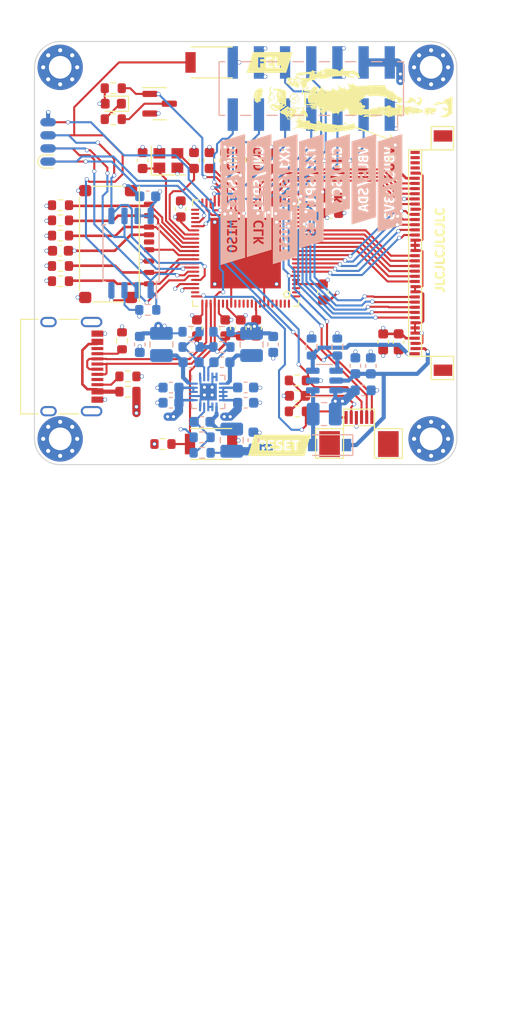
<source format=kicad_pcb>
(kicad_pcb (version 20211014) (generator pcbnew)
  (layers (0 "F.Cu" jumper) (1 "In1.Cu" power) (2 "In2.Cu" power) (31 "B.Cu" signal) (34 "B.Paste" user) (35 "F.Paste" user) (36 "B.SilkS" user "B.Silkscreen") (37 "F.SilkS" user "F.Silkscreen") (38 "B.Mask" user) (39 "F.Mask" user) (44 "Edge.Cuts" user))
  (net 0 "")
  (net 1 "+3V3")
  (net 2 "+1V1")
  (net 3 "+2V5")
  (net 4 "Net-(C12-Pad1)")
  (net 5 "Net-(C13-Pad1)")
  (net 6 "Net-(C18-Pad1)")
  (net 7 "Net-(D1-Pad1)")
  (net 8 "/VBUS")
  (net 9 "Net-(J1-PadA5)")
  (net 10 "/USB_D+")
  (net 11 "/USB_D-")
  (net 12 "Net-(J1-PadB5)")
  (net 13 "/~{RESET}")
  (net 14 "/SPI_MISO")
  (net 15 "/SPI_CS")
  (net 16 "/SPI_MOSI")
  (net 17 "/SPI_CLK")
  (net 18 "Net-(C18-Pad2)")
  (net 19 "Net-(C19-Pad1)")
  (net 20 "Net-(C19-Pad2)")
  (net 22 "Net-(Q1-Pad3)")
  (net 23 "Net-(R1-Pad2)")
  (net 24 "Net-(C25-Pad1)")
  (net 25 "Net-(C25-Pad2)")
  (net 26 "/TP_RST")
  (net 40 "/TP_INT")
  (net 42 "/SDA")
  (net 43 "/SCK")
  (net 44 "/SDC0_D2")
  (net 45 "/SDC0_D3")
  (net 46 "/SDC0_CMD")
  (net 47 "/SDC0_CLK")
  (net 48 "/SDC0_D0")
  (net 49 "/SDC0_D1")
  (net 50 "/PWM1")
  (net 51 "/UART0_TX")
  (net 56 "/UART0_RX")
  (net 57 "/SPI1_CS")
  (net 58 "/SPI1_MOSI")
  (net 59 "/SPI1_CLK")
  (net 60 "/SPI1_MISO")
  (net 62 "/UART1_TX")
  (net 63 "/lcd/LEDA")
  (net 64 "Net-(F1-Pad1)")
  (net 65 "/lcd/LEDK")
  (net 66 "/LCD_D19")
  (net 67 "/LCD_D20")
  (net 68 "/LCD_D21")
  (net 69 "/LCD_D22")
  (net 70 "/LCD_D23")
  (net 71 "/LCD_D10")
  (net 72 "/UART1_RX")
  (net 73 "/LCD_D11")
  (net 74 "/LCD_D12")
  (net 75 "/LCD_D13")
  (net 76 "/LCD_D14")
  (net 77 "/LCD_D15")
  (net 78 "/LCD_D3")
  (net 79 "/LCD_D4")
  (net 80 "/LCD_D5")
  (net 81 "/LCD_D6")
  (net 82 "/LCD_D7")
  (net 83 "/LCD_CLK")
  (net 87 "AGND")
  (net 88 "/LCD_DE")
  (net 89 "/LCD_HSYNC")
  (net 90 "Net-(D2-Pad2)")
  (net 91 "/LCD_VSYNC")
  (net 92 "Net-(J4-Pad35)")
  (net 97 "/LED")
  (footprint "Capacitor_SMD:C_0603_1608Metric" (layer "F.Cu") (at 145.99 106.025 -90)
    (fp_text reference "C10" hide)
    (fp_text value "100nF")
  )
  (footprint "Capacitor_SMD:C_0603_1608Metric" (layer "F.Cu") (at 125.525 114.775 180)
    (fp_text reference "C24" hide)
    (fp_text value "100nF")
  )
  (footprint "Resistor_SMD:R_0603_1608Metric" (layer "F.Cu") (at 132.075 126.95)
    (fp_text reference "R8" hide)
    (fp_text value "5K1")
  )
  (footprint "SMM:40PIN_XKB_X05A15L40T" (layer "F.Cu") (at 159.95 115 90)
    (fp_text reference "J4" hide)
    (fp_text value "Conn_01x40")
  )
  (footprint "Resistor_SMD:R_0603_1608Metric" (layer "F.Cu") (at 125.525 117.72)
    (fp_text reference "R19" hide)
    (fp_text value "10K")
  )
  (footprint "MountingHole:MountingHole_2.2mm_M2_Pad_Via" (layer "F.Cu") (at 125.5 97)
    (fp_text reference "H2" hide)
    (fp_text value "MountingHole_Pad" hide)
  )
  (footprint "Package_TO_SOT_SMD:SOT-23" (layer "F.Cu") (at 135.15 100.525)
    (fp_text reference "Q1" hide)
    (fp_text value "AO3401A")
  )
  (footprint "SMM:SOIC_clipProgSmall" (layer "F.Cu") (at 123.575 104.225 -90)
    (fp_text reference "J2" hide)
    (fp_text value "Conn_02x04_Counter_Clockwise")
  )
  (footprint "Capacitor_SMD:C_0603_1608Metric" (layer "F.Cu") (at 141.49 106.025 -90)
    (fp_text reference "C8" hide)
    (fp_text value "100nF")
  )
  (footprint "MountingHole:MountingHole_2.2mm_M2_Pad_Via" (layer "F.Cu") (at 161.5 133)
    (fp_text reference "H4" hide)
    (fp_text value "MountingHole_Pad" hide)
  )
  (footprint "kibuzzard-61F2B632" (layer "F.Cu") (at 145.82 96.53)
    (fp_text reference "kibuzzard-61F2B632" hide)
    (fp_text value "G***" hide)
  )
  (footprint "LOGO" (layer "F.Cu") (at 153.75 100.46 90)
    (fp_text reference "G***" hide)
    (fp_text value "LOGO" hide)
  )
  (footprint "Resistor_SMD:R_0603_1608Metric" (layer "F.Cu") (at 130.65 99.025 180)
    (fp_text reference "R3" hide)
    (fp_text value "49K9")
  )
  (footprint "Capacitor_SMD:C_0603_1608Metric" (layer "F.Cu") (at 138.49 106.025 90)
    (fp_text reference "C13" hide)
    (fp_text value "10pF")
  )
  (footprint "Capacitor_SMD:C_0603_1608Metric" (layer "F.Cu") (at 156.85 123.6 -90)
    (fp_text reference "C30" hide)
    (fp_text value "10uF")
  )
  (footprint "Capacitor_SMD:C_0603_1608Metric" (layer "F.Cu") (at 133.5 106.03 90)
    (fp_text reference "C12" hide)
    (fp_text value "10pF")
  )
  (footprint "Resistor_SMD:R_0603_1608Metric" (layer "F.Cu") (at 135.475 133.5 180)
    (fp_text reference "R6" hide)
    (fp_text value "49K9")
  )
  (footprint "kibuzzard-61F331AB" (layer "F.Cu") (at 146.78 133.62)
    (fp_text reference "kibuzzard-61F331AB" hide)
    (fp_text value "G***" hide)
  )
  (footprint "Resistor_SMD:R_0603_1608Metric" (layer "F.Cu") (at 125.53 110.36)
    (fp_text reference "R15" hide)
    (fp_text value "10K")
  )
  (footprint "Resistor_SMD:R_0603_1608Metric" (layer "F.Cu") (at 130.65 102.025 180)
    (fp_text reference "R5" hide)
    (fp_text value "R")
  )
  (footprint "Capacitor_SMD:C_0603_1608Metric" (layer "F.Cu") (at 144.525 122.25 90)
    (fp_text reference "C6" hide)
    (fp_text value "100nF")
  )
  (footprint "Resistor_SMD:R_0603_1608Metric" (layer "F.Cu") (at 158.02 105.87 90)
    (fp_text reference "R21" hide)
    (fp_text value "?")
  )
  (footprint "Capacitor_SMD:C_0603_1608Metric" (layer "F.Cu") (at 139.99 106.025 -90)
    (fp_text reference "C11" hide)
    (fp_text value "100nF")
  )
  (footprint "Capacitor_SMD:C_0603_1608Metric" (layer "F.Cu") (at 148.52 128.83)
    (fp_text reference "C31" hide)
    (fp_text value "100nF")
  )
  (footprint "Resistor_SMD:R_0603_1608Metric" (layer "F.Cu") (at 132.075 128.425)
    (fp_text reference "F1" hide)
    (fp_text value "Polyfuse")
  )
  (footprint "Resistor_SMD:R_0603_1608Metric" (layer "F.Cu") (at 144.49 106.025 -90)
    (fp_text reference "R1" hide)
    (fp_text value "2K2")
  )
  (footprint "Capacitor_SMD:C_0603_1608Metric" (layer "F.Cu") (at 141.525 122.25 90)
    (fp_text reference "C9" hide)
    (fp_text value "100nF")
  )
  (footprint "Resistor_SMD:R_0603_1608Metric" (layer "F.Cu") (at 131.5 123.5 90)
    (fp_text reference "R7" hide)
    (fp_text value "5K1")
  )
  (footprint "Capacitor_SMD:C_0603_1608Metric" (layer "F.Cu") (at 138.775 122.25 90)
    (fp_text reference "C4" hide)
    (fp_text value "100nF")
  )
  (footprint "Resistor_SMD:R_0603_1608Metric" (layer "F.Cu") (at 148.52 130.34 180)
    (fp_text reference "R24" hide)
    (fp_text value "10K")
  )
  (footprint "Resistor_SMD:R_0603_1608Metric" (layer "F.Cu") (at 148.52 127.34 180)
    (fp_text reference "R23" hide)
    (fp_text value "10K")
  )
  (footprint "Capacitor_SMD:C_0603_1608Metric" (layer "F.Cu") (at 137.2 110.725 -90)
    (fp_text reference "C3" hide)
    (fp_text value "100nF")
  )
  (footprint "MountingHole:MountingHole_2.2mm_M2_Pad_Via" (layer "F.Cu") (at 125.5 133)
    (fp_text reference "H1" hide)
    (fp_text value "MountingHole_Pad" hide)
  )
  (footprint "SMM:6PIN_XKB_X05A20L06T" (layer "F.Cu") (at 154.5 130.925)
    (fp_text reference "J5" hide)
    (fp_text value "Conn_01x06")
  )
  (footprint "ELRS_lib:SW_3x4x2" (layer "F.Cu") (at 140.15 133.5)
    (fp_text reference "SW1" hide)
    (fp_text value "SW_SPST")
  )
  (footprint "Crystal:Crystal_SMD_2520-4Pin_2.5x2.0mm" (layer "F.Cu") (at 136 106.03)
    (fp_text reference "Y1" hide)
    (fp_text value "24MHz")
  )
  (footprint "Resistor_SMD:R_0603_1608Metric" (layer "F.Cu") (at 125.525 116.25)
    (fp_text reference "R18" hide)
    (fp_text value "10K")
  )
  (footprint "LED_SMD:LED_0603_1608Metric" (layer "F.Cu") (at 130.65 100.525 180)
    (fp_text reference "D1" hide)
    (fp_text value "LED")
  )
  (footprint "MountingHole:MountingHole_2.2mm_M2_Pad_Via" (layer "F.Cu") (at 161.5 97)
    (fp_text reference "H3" hide)
    (fp_text value "MountingHole_Pad" hide)
  )
  (footprint "Resistor_SMD:R_0603_1608Metric" (layer "F.Cu") (at 125.53 113.3)
    (fp_text reference "R17" hide)
    (fp_text value "10K")
  )
  (footprint "Connector_USB:USB_C_Receptacle_XKB_U262-16XN-4BVC11" (layer "F.Cu") (at 125.44 126 -90)
    (fp_text reference "J1" hide)
    (fp_text value "USB_C_Receptacle_USB2.0")
  )
  (footprint "Resistor_SMD:R_0603_1608Metric" (layer "F.Cu") (at 142.99 106.025 -90)
    (fp_text reference "R2" hide)
    (fp_text value "2K2")
  )
  (footprint "SMM:TF-CARD_XKTF-0803-0" (layer "F.Cu") (at 132.375 114.125 90)
    (fp_text reference "J3" hide)
    (fp_text value "Micro_SD_Card")
  )
  (footprint "Resistor_SMD:R_0603_1608Metric" (layer "F.Cu") (at 125.53 111.83)
    (fp_text reference "R16" hide)
    (fp_text value "10K")
  )
  (footprint "Capacitor_SMD:C_0603_1608Metric" (layer "F.Cu") (at 151 118.775 90)
    (fp_text reference "C1" hide)
    (fp_text value "4.7uF")
  )
  (footprint "Capacitor_SMD:C_0603_1608Metric" (layer "F.Cu") (at 158.35 123.6 -90)
    (fp_text reference "C29" hide)
    (fp_text value "100nF")
  )
  (footprint "footprints:QFN-88_EP_10x10_Pitch0.4mm" (layer "F.Cu") (at 143.5 115 180)
    (fp_text reference "U1" hide)
    (fp_text value "F1C100s")
  )
  (footprint "ELRS_lib:SW_3x4x2" (layer "F.Cu") (at 140.2 96.525)
    (fp_text reference "SW2" hide)
    (fp_text value "SW_SPST")
  )
  (footprint "Capacitor_SMD:C_0603_1608Metric" (layer "F.Cu") (at 143.025 122.25 90)
    (fp_text reference "C5" hide)
    (fp_text value "100nF")
  )
  (footprint "Capacitor_SMD:C_0603_1608Metric" (layer "F.Cu") (at 151.75 111.125 180)
    (fp_text reference "C2" hide)
    (fp_text value "100nF")
  )
  (footprint "Capacitor_SMD:C_0603_1608Metric" (layer "F.Cu") (at 151.75 109.625 180)
    (fp_text reference "C7" hide)
    (fp_text value "100nF")
  )
  (footprint "Capacitor_SMD:C_0603_1608Metric" (layer "B.Cu") (at 141.2 125.575)
    (fp_text reference "C25" hide)
    (fp_text value "220pF")
  )
  (footprint "Resistor_SMD:R_0603_1608Metric" (layer "B.Cu") (at 139.275 134.35)
    (fp_text reference "R12" hide)
    (fp_text value "49K9")
  )
  (footprint "Package_TO_SOT_SMD:SOT-23-6" (layer "B.Cu") (at 151.15 127.35)
    (fp_text reference "U4" hide)
    (fp_text value "PT4103")
  )
  (footprint "Resistor_SMD:R_0603_1608Metric" (layer "B.Cu") (at 139.275 132.85)
    (fp_text reference "R9" hide)
    (fp_text value "11K")
  )
  (footprint "Inductor_SMD:L_1008_2520Metric" (layer "B.Cu") (at 151.125 130.6 180)
    (fp_text reference "L4" hide)
    (fp_text value "L")
  )
  (footprint "Resistor_SMD:R_0603_1608Metric" (layer "B.Cu") (at 138.2 122.625 180)
    (fp_text reference "R14" hide)
    (fp_text value "8K2")
  )
  (footprint "Capacitor_SMD:C_0603_1608Metric" (layer "B.Cu") (at 138.2 125.575 180)
    (fp_text reference "C18" hide)
    (fp_text value "220pF")
  )
  (footprint "Resistor_SMD:R_0603_1608Metric" (layer "B.Cu") (at 141.2 124.1)
    (fp_text reference "R10" hide)
    (fp_text value "11K")
  )
  (footprint "Capacitor_SMD:C_0603_1608Metric" (layer "B.Cu") (at 139.275 131.35)
    (fp_text reference "C19" hide)
    (fp_text value "220pF")
  )
  (footprint "Capacitor_SMD:C_0603_1608Metric" (layer "B.Cu") (at 136.25 129.5 180)
    (fp_text reference "C15" hide)
    (fp_text value "1uF")
  )
  (footprint "Package_SO:SOP-8_5.28x5.23mm_P1.27mm" (layer "B.Cu") (at 132.375 115 90)
    (fp_text reference "U2" hide)
    (fp_text value "MX25R3235FM2xx1")
  )
  (footprint "Inductor_SMD:L_1008_2520Metric" (layer "B.Cu") (at 135.325 123.85 90)
    (fp_text reference "L3" hide)
    (fp_text value "2.2uH")
  )
  (footprint "Capacitor_SMD:C_0603_1608Metric" (layer "B.Cu") (at 143.5 129.5)
    (fp_text reference "C14" hide)
    (fp_text value "10uF")
  )
  (footprint "Capacitor_SMD:C_0603_1608Metric" (layer "B.Cu") (at 154.9 128.3)
    (fp_text reference "C26" hide)
    (fp_text value "10uF")
  )
  (footprint "Capacitor_SMD:C_0603_1608Metric" (layer "B.Cu") (at 136.25 128.03 180)
    (fp_text reference "C17" hide)
    (fp_text value "10uF")
  )
  (footprint "kibuzzard-61F42F71" (layer "B.Cu") (at 149.88 109.01 -90)
    (fp_text reference "kibuzzard-61F42F71" hide)
    (fp_text value "G***" hide)
  )
  (footprint "Resistor_SMD:R_0603_1608Metric" (layer "B.Cu") (at 138.2 124.1 180)
    (fp_text reference "R11" hide)
    (fp_text value "10K")
  )
  (footprint "Inductor_SMD:L_1008_2520Metric" (layer "B.Cu") (at 142.15 133.125 -90)
    (fp_text reference "L1" hide)
    (fp_text value "2.2uH")
  )
  (footprint "Resistor_SMD:R_0603_1608Metric" (layer "B.Cu") (at 149.9 124.1 90)
    (fp_text reference "R22" hide)
    (fp_text value "?")
  )
  (footprint "Capacitor_SMD:C_0603_1608Metric" (layer "B.Cu") (at 143.5 128.02)
    (fp_text reference "C16" hide)
    (fp_text value "10uF")
  )
  (footprint "Diode_SMD:D_SOD-123" (layer "B.Cu") (at 151.65 133.6 180)
    (fp_text reference "D2" hide)
    (fp_text value "1N5819")
  )
  (footprint "Resistor_SMD:R_0603_1608Metric" (layer "B.Cu") (at 134 120.5 180)
    (fp_text reference "R4" hide)
    (fp_text value "3K3")
  )
  (footprint "kibuzzard-61F43008" (layer "B.Cu") (at 147.34 109.77 -90)
    (fp_text reference "kibuzzard-61F43008" hide)
    (fp_text value "G***" hide)
  )
  (footprint "Inductor_SMD:L_1008_2520Metric" (layer "B.Cu") (at 144.075 123.85 90)
    (fp_text reference "L2" hide)
    (fp_text value "2.2uH")
  )
  (footprint "Capacitor_SMD:C_0603_1608Metric" (layer "B.Cu") (at 155.65 125.925 90)
    (fp_text reference "C28" hide)
    (fp_text value "100nF")
  )
  (footprint "Package_DFN_QFN:QFN-20-1EP_3x3mm_P0.4mm_EP1.65x1.65mm" (layer "B.Cu") (at 139.875 128.45 -90)
    (fp_text reference "U3" hide)
    (fp_text value "EA3036C")
  )
  (footprint "kibuzzard-61F42E89" (layer "B.Cu") (at 154.98 107.85 -90)
    (fp_text reference "kibuzzard-61F42E89" hide)
    (fp_text value "G***" hide)
  )
  (footprint "Capacitor_SMD:C_0603_1608Metric" (layer "B.Cu") (at 133.225 123.85 -90)
    (fp_text reference "C22" hide)
    (fp_text value "10uF")
  )
  (footprint "kibuzzard-61F430B6" (layer "B.Cu") (at 144.81 109.43 -90)
    (fp_text reference "kibuzzard-61F430B6" hide)
    (fp_text value "G***" hide)
  )
  (footprint "Capacitor_SMD:C_0603_1608Metric" (layer "B.Cu") (at 134 109.5 180)
    (fp_text reference "C23" hide)
    (fp_text value "100nF")
  )
  (footprint "Resistor_SMD:R_0603_1608Metric" (layer "B.Cu") (at 152.4 124.1 90)
    (fp_text reference "R20" hide)
    (fp_text value "10K")
  )
  (footprint "kibuzzard-61F430D1" (layer "B.Cu") (at 142.25 109.81 -90)
    (fp_text reference "kibuzzard-61F430D1" hide)
    (fp_text value "G***" hide)
  )
  (footprint "Capacitor_SMD:C_0603_1608Metric" (layer "B.Cu") (at 144.25 133.125 90)
    (fp_text reference "C20" hide)
    (fp_text value "10uF")
  )
  (footprint "Connector_PinHeader_2.54mm:PinHeader_2x07_P2.54mm_Vertical_SMD" (layer "B.Cu") (at 149.87 99.055 90)
    (fp_text reference "J6" hide)
    (fp_text value "Conn_02x07_Odd_Even")
  )
  (footprint "kibuzzard-61F42EC1" (layer "B.Cu") (at 152.42 107.44 -90)
    (fp_text reference "kibuzzard-61F42EC1" hide)
    (fp_text value "G***" hide)
  )
  (footprint "Resistor_SMD:R_0603_1608Metric" (layer "B.Cu") (at 141.2 122.625)
    (fp_text reference "R13" hide)
    (fp_text value "36K")
  )
  (footprint "Capacitor_SMD:C_0603_1608Metric" (layer "B.Cu") (at 154.15 125.925 90)
    (fp_text reference "C27" hide)
    (fp_text value "10uF")
  )
  (footprint "kibuzzard-61F42E62" (layer "B.Cu") (at 157.51 108.22 -90)
    (fp_text reference "kibuzzard-61F42E62" hide)
    (fp_text value "G***" hide)
  )
  (footprint "Capacitor_SMD:C_0603_1608Metric" (layer "B.Cu") (at 146.175 123.85 -90)
    (fp_text reference "C21" hide)
    (fp_text value "10uF")
  )
  (gr_line (start 163.999999 133.000001) (end 164 97) (layer "Edge.Cuts") (width 0.1))
  (gr_arc (start 161.5 94.5) (mid 163.267767 95.232233) (end 164 97) (layer "Edge.Cuts") (width 0.1))
  (gr_line (start 123.000001 97) (end 123 132.999999) (layer "Edge.Cuts") (width 0.1))
  (gr_line (start 161.499999 135.500001) (end 125.5 135.499999) (layer "Edge.Cuts") (width 0.1))
  (gr_line (start 125.500001 94.5) (end 161.5 94.5) (layer "Edge.Cuts") (width 0.1))
  (gr_arc (start 123.000001 97) (mid 123.732234 95.232233) (end 125.500001 94.5) (layer "Edge.Cuts") (width 0.1))
  (gr_arc (start 125.5 135.499999) (mid 123.732233 134.767766) (end 123 132.999999) (layer "Edge.Cuts") (width 0.1))
  (gr_arc (start 163.999999 133.000001) (mid 163.267766 134.767768) (end 161.499999 135.500001) (layer "Edge.Cuts") (width 0.1))
  (gr_text "JLCJLCJLCJLC" (at 162.38 114.7 90) (layer "F.SilkS") (effects (font (size 0.8 0.8) (thickness 0.2))))
  (segment (start 137.2 111.975) (end 138.025 112.8) (width 0.2) (layer "F.Cu") (net 1))
  (segment (start 147.805 127.34) (end 149.295 128.83) (width 0.2) (layer "F.Cu") (net 1))
  (segment (start 137.2 111.5) (end 137.2 111.975) (width 0.2) (layer "F.Cu") (net 1))
  (segment (start 153.22 128.83) (end 154.03 129.64) (width 0.2) (layer "F.Cu") (net 1))
  (segment (start 126.875 114.775) (end 130.8 114.775) (width 0.25) (layer "F.Cu") (net 1))
  (segment (start 147.785 130.34) (end 149.295 128.83) (width 0.2) (layer "F.Cu") (net 1))
  (segment (start 138.775 121.475) (end 139.3 120.95) (width 0.2) (layer "F.Cu") (net 1))
  (segment (start 129.825 99.025) (end 129.825 100.4875) (width 0.2) (layer "F.Cu") (net 1))
  (segment (start 136.65 111.5) (end 137.2 111.5) (width 0.2) (layer "F.Cu") (net 1))
  (segment (start 147.695 130.34) (end 147.785 130.34) (width 0.2) (layer "F.Cu") (net 1))
  (segment (start 142.866562 121.475) (end 141.7 120.308438) (width 0.2) (layer "F.Cu") (net 1))
  (segment (start 159.08 123.25) (end 159.95 123.25) (width 0.25) (layer "F.Cu") (net 1))
  (segment (start 156.85 122.825) (end 158.35 122.825) (width 0.25) (layer "F.Cu") (net 1))
  (segment (start 138.6 112.8) (end 138.025 112.8) (width 0.2) (layer "F.Cu") (net 1))
  (segment (start 153.75 129.92) (end 153.75 130.925) (width 0.2) (layer "F.Cu") (net 1))
  (segment (start 147.695 127.34) (end 147.805 127.34) (width 0.2) (layer "F.Cu") (net 1))
  (segment (start 148.4 118) (end 148.4 117.6) (width 0.2) (layer "F.Cu") (net 1))
  (segment (start 130.8 114.775) (end 132.35 113.225) (width 0.25) (layer "F.Cu") (net 1))
  (segment (start 148.4 111.6) (end 150.5 111.6) (width 0.2) (layer "F.Cu") (net 1))
  (segment (start 154.03 129.64) (end 153.75 129.92) (width 0.2) (layer "F.Cu") (net 1))
  (segment (start 150.5 111.6) (end 150.975 111.125) (width 0.2) (layer "F.Cu") (net 1))
  (segment (start 149.295 128.83) (end 153.22 128.83) (width 0.2) (layer "F.Cu") (net 1))
  (segment (start 129.825 100.4875) (end 129.8625 100.525) (width 0.2) (layer "F.Cu") (net 1))
  (segment (start 143.025 121.475) (end 142.866562 121.475) (width 0.2) (layer "F.Cu") (net 1))
  (segment (start 158.89 109.75) (end 159.95 109.75) (width 0.25) (layer "F.Cu") (net 1))
  (segment (start 159.07 123.26) (end 159.08 123.25) (width 0.25) (layer "F.Cu") (net 1))
  (segment (start 132.35 113.225) (end 134.125 113.225) (width 0.25) (layer "F.Cu") (net 1))
  (segment (start 151 118) (end 148.4 118) (width 0.2) (layer "F.Cu") (net 1))
  (segment (start 139.3 120.95) (end 139.3 119.9) (width 0.2) (layer "F.Cu") (net 1))
  (segment (start 158.635 122.825) (end 159.07 123.26) (width 0.25) (layer "F.Cu") (net 1))
  (segment (start 158.35 122.825) (end 158.635 122.825) (width 0.25) (layer "F.Cu") (net 1))
  (segment (start 141.7 120.308438) (end 141.7 119.9) (width 0.2) (layer "F.Cu") (net 1))
  (via (at 136.65 111.5) (size 0.4) (drill 0.3) (layers "F.Cu" "B.Cu") (net 1))
  (via (at 135.19 109.03) (size 0.4) (drill 0.3) (layers "F.Cu" "B.Cu") (net 1))
  (via (at 124.175 110.425) (size 0.4) (drill 0.3) (layers "F.Cu" "B.Cu") (net 1))
  (via (at 145.225 133.9) (size 0.4) (drill 0.3) (layers "F.Cu" "B.Cu") (net 1))
  (via (at 158.89 109.75) (size 0.4) (drill 0.3) (layers "F.Cu" "B.Cu") (net 1))
  (via (at 154.03 129.64) (size 0.4) (drill 0.3) (layers "F.Cu" "B.Cu") (net 1))
  (via (at 151.47 117.59) (size 0.4) (drill 0.3) (layers "F.Cu" "B.Cu") (net 1))
  (via (at 124.175 113.325) (size 0.4) (drill 0.3) (layers "F.Cu" "B.Cu") (net 1))
  (via (at 138.3 121.025) (size 0.4) (drill 0.3) (layers "F.Cu" "B.Cu") (net 1))
  (via (at 124.175 111.875) (size 0.4) (drill 0.3) (layers "F.Cu" "B.Cu") (net 1))
  (via (at 143.5 121.025) (size 0.4) (drill 0.3) (layers "F.Cu" "B.Cu") (net 1))
  (via (at 129.32 100.53) (size 0.4) (drill 0.3) (layers "F.Cu" "B.Cu") (net 1))
  (via (at 133.175 121.13) (size 0.4) (drill 0.3) (layers "F.Cu" "B.Cu") (net 1))
  (via (at 151.41 111.59) (size 0.4) (drill 0.3) (layers "F.Cu" "B.Cu") (net 1))
  (via (at 158.02 104.53) (size 0.4) (drill 0.3) (layers "F.Cu" "B.Cu") (net 1))
  (via (at 134.65 133.5) (size 0.4) (drill 0.3) (layers "F.Cu" "B.Cu") (net 1))
  (via (at 124.175 117.675) (size 0.4) (drill 0.3) (layers "F.Cu" "B.Cu") (net 1))
  (via (at 145.775 133.9) (size 0.4) (drill 0.3) (layers "F.Cu" "B.Cu") (net 1))
  (via (at 126.875 114.775) (size 0.4) (drill 0.3) (layers "F.Cu" "B.Cu") (net 1))
  (via (at 158.1 100.22) (size 0.4) (drill 0.3) (layers "F.Cu" "B.Cu") (net 1))
  (via (at 158.1 102.95) (size 0.4) (drill 0.3) (layers "F.Cu" "B.Cu") (net 1))
  (via (at 124.175 116.225) (size 0.4) (drill 0.3) (layers "F.Cu" "B.Cu") (net 1))
  (via (at 156.85 122.26) (size 0.4) (drill 0.3) (layers "F.Cu" "B.Cu") (net 1))
  (segment (start 134.775 109.995) (end 134.28 110.49) (width 0.25) (layer "B.Cu") (net 1))
  (segment (start 144.25 133.9) (end 145.225 133.9) (width 0.8) (layer "B.Cu") (net 1))
  (segment (start 142.15 134.2) (end 143.95 134.2) (width 0.8) (layer "B.Cu") (net 1))
  (segment (start 134.28 111.4) (end 133.01 111.4) (width 0.25) (layer "B.Cu") (net 1))
  (segment (start 133.175 120.5) (end 132.225 120.5) (width 0.2) (layer "B.Cu") (net 1))
  (segment (start 131.74 120.015) (end 131.74 118.6) (width 0.2) (layer "B.Cu") (net 1))
  (segment (start 134.775 109.5) (end 134.775 109.995) (width 0.25) (layer "B.Cu") (net 1))
  (segment (start 143.95 134.2) (end 144.25 133.9) (width 0.8) (layer "B.Cu") (net 1))
  (segment (start 140.1 134.35) (end 142 134.35) (width 0.2) (layer "B.Cu") (net 1))
  (segment (start 142 134.35) (end 142.15 134.2) (width 0.2) (layer "B.Cu") (net 1))
  (segment (start 134.28 110.49) (end 134.28 111.4) (width 0.25) (layer "B.Cu") (net 1))
  (segment (start 132.225 120.5) (end 131.74 120.015) (width 0.2) (layer "B.Cu") (net 1))
  (segment (start 145.225 133.9) (end 145.775 133.9) (width 0.8) (layer "B.Cu") (net 1))
  (segment (start 141.525 121.475) (end 140.9 120.85) (width 0.2) (layer "F.Cu") (net 2))
  (segment (start 150.97 109.62) (end 150.975 109.625) (width 0.8) (layer "F.Cu") (net 2))
  (segment (start 142.9 108.55) (end 142.9 110.1) (width 0.2) (layer "F.Cu") (net 2))
  (segment (start 150.97 109.08) (end 150.97 109.62) (width 0.8) (layer "F.Cu") (net 2))
  (segment (start 150.22 110.38) (end 149.23 110.38) (width 0.2) (layer "F.Cu") (net 2))
  (segment (start 149.23 110.38) (end 148.81 110.8) (width 0.2) (layer "F.Cu") (net 2))
  (segment (start 148.81 110.8) (end 148.4 110.8) (width 0.2) (layer "F.Cu") (net 2))
  (segment (start 141.49 107.14) (end 142.9 108.55) (width 0.2) (layer "F.Cu") (net 2))
  (segment (start 140.9 120.85) (end 140.9 119.9) (width 0.2) (layer "F.Cu") (net 2))
  (segment (start 150.975 109.625) (end 150.22 110.38) (width 0.2) (layer "F.Cu") (net 2))
  (segment (start 141.49 106.8) (end 141.49 107.14) (width 0.2) (layer "F.Cu") (net 2))
  (via (at 141.49 106.225) (size 0.4) (drill 0.3) (layers "F.Cu" "B.Cu") (net 2))
  (via (at 135.025 122.05) (size 0.4) (drill 0.3) (layers "F.Cu" "B.Cu") (net 2))
  (via (at 135.625 122.05) (size 0.4) (drill 0.3) (layers "F.Cu" "B.Cu") (net 2))
  (via (at 142.1 121.475) (size 0.4) (drill 0.3) (layers "F.Cu" "B.Cu") (net 2))
  (via (at 150.97 109.08) (size 0.4) (drill 0.3) (layers "F.Cu" "B.Cu") (net 2))
  (segment (start 135.325 122.775) (end 134.925 122.775) (width 0.4) (layer "B.Cu") (net 2))
  (segment (start 133.525 122.775) (end 133.225 123.075) (width 0.4) (layer "B.Cu") (net 2))
  (segment (start 135.325 122.775) (end 135.775 122.775) (width 0.2) (layer "B.Cu") (net 2))
  (segment (start 135.025 122.475) (end 135.325 122.775) (width 0.8) (layer "B.Cu") (net 2))
  (segment (start 135.775 122.775) (end 137.225 122.775) (width 0.2) (layer "B.Cu") (net 2))
  (segment (start 137.225 122.775) (end 137.375 122.625) (width 0.2) (layer "B.Cu") (net 2))
  (segment (start 135.025 122.05) (end 135.025 122.475) (width 0.8) (layer "B.Cu") (net 2))
  (segment (start 134.925 122.775) (end 133.525 122.775) (width 0.4) (layer "B.Cu") (net 2))
  (segment (start 142.5 110.1) (end 142.5 109.011741) (width 0.2) (layer "F.Cu") (net 3))
  (segment (start 142.5 109.011741) (end 140.288259 106.8) (width 0.2) (layer "F.Cu") (net 3))
  (segment (start 144.525 121.475) (end 144.525 120.55) (width 0.2) (layer "F.Cu") (net 3))
  (segment (start 142.5 110.1) (end 142.5 110.8) (width 0.2) (layer "F.Cu") (net 3))
  (segment (start 144.5 120.525) (end 144.5 119.9) (width 0.2) (layer "F.Cu") (net 3))
  (segment (start 144.525 121.925) (end 144.35 122.1) (width 0.2) (layer "F.Cu") (net 3))
  (segment (start 144.525 121.475) (end 144.525 121.925) (width 0.2) (layer "F.Cu") (net 3))
  (segment (start 144.9 110.1) (end 144.9 108.375) (width 0.2) (layer "F.Cu") (net 3))
  (segment (start 144.9 110.95) (end 144.7 111.15) (width 0.2) (layer "F.Cu") (net 3))
  (segment (start 144.1 110.1) (end 144.5 110.1) (width 0.2) (layer "F.Cu") (net 3))
  (segment (start 142.85 111.15) (end 143.3 111.15) (width 0.2) (layer "F.Cu") (net 3))
  (segment (start 142.5 110.8) (end 142.85 111.15) (width 0.2) (layer "F.Cu") (net 3))
  (segment (start 144.9 110.1) (end 144.9 110.95) (width 0.2) (layer "F.Cu") (net 3))
  (segment (start 144.5 110.1) (end 144.9 110.1) (width 0.2) (layer "F.Cu") (net 3))
  (segment (start 140.288259 106.8) (end 139.99 106.8) (width 0.2) (layer "F.Cu") (net 3))
  (segment (start 144.9 108.375) (end 146 107.275) (width 0.2) (layer "F.Cu") (net 3))
  (segment (start 144.525 120.55) (end 144.5 120.525) (width 0.2) (layer "F.Cu") (net 3))
  (segment (start 145.99 106.8) (end 144.49 105.3) (width 0.2) (layer "F.Cu") (net 3))
  (segment (start 143.3 110.1) (end 143.3 111.15) (width 0.2) (layer "F.Cu") (net 3))
  (via (at 143.3 111.15) (size 0.4) (drill 0.3) (layers "F.Cu" "B.Cu") (net 3))
  (via (at 144.7 111.15) (size 0.4) (drill 0.3) (layers "F.Cu" "B.Cu") (net 3))
  (via (at 143.775 122.1) (size 0.4) (drill 0.3) (layers "F.Cu" "B.Cu") (net 3))
  (via (at 144.35 122.1) (size 0.4) (drill 0.3) (layers "F.Cu" "B.Cu") (net 3))
  (segment (start 145.875 122.775) (end 146.175 123.075) (width 0.4) (layer "B.Cu") (net 3))
  (segment (start 144.075 122.775) (end 145.875 122.775) (width 0.4) (layer "B.Cu") (net 3))
  (segment (start 144.075 122.775) (end 142.175 122.775) (width 0.2) (layer "B.Cu") (net 3))
  (segment (start 143.775 122.1) (end 144.35 122.1) (width 0.8) (layer "B.Cu") (net 3))
  (segment (start 142.175 122.775) (end 142.025 122.625) (width 0.2) (layer "B.Cu") (net 3))
  (segment (start 133.5 106.805) (end 135.05 106.805) (width 0.2) (layer "F.Cu") (net 4))
  (segment (start 137.506342 113.6) (end 138.6 113.6) (width 0.2) (layer "F.Cu") (net 4))
  (segment (start 135.125 107.2) (end 135.769022 107.844022) (width 0.2) (layer "F.Cu") (net 4))
  (segment (start 135.05 106.805) (end 135.125 106.73) (width 0.2) (layer "F.Cu") (net 4))
  (segment (start 135.769022 111.86268) (end 137.506342 113.6) (width 0.2) (layer "F.Cu") (net 4))
  (segment (start 135.769022 107.844022) (end 135.769022 111.86268) (width 0.2) (layer "F.Cu") (net 4))
  (segment (start 135.125 106.73) (end 135.125 107.2) (width 0.2) (layer "F.Cu") (net 4))
  (segment (start 138.5 107.875) (end 137.375 109) (width 0.2) (layer "F.Cu") (net 5))
  (segment (start 137.375 109) (end 136.475 109) (width 0.2) (layer "F.Cu") (net 5))
  (segment (start 138.42 106.8) (end 138.49 106.8) (width 0.2) (layer "F.Cu") (net 5))
  (segment (start 136.128533 109.346467) (end 136.128532 111.713764) (width 0.2) (layer "F.Cu") (net 5))
  (segment (start 136.475 109) (end 136.128533 109.346467) (width 0.2) (layer "F.Cu") (net 5))
  (segment (start 137.614768 113.2) (end 138.6 113.2) (width 0.2) (layer "F.Cu") (net 5))
  (segment (start 138.49 106.8) (end 138.49 107.865) (width 0.2) (layer "F.Cu") (net 5))
  (segment (start 136.875 105.33) (end 136.95 105.33) (width 0.2) (layer "F.Cu") (net 5))
  (segment (start 136.128532 111.713764) (end 137.614768 113.2) (width 0.2) (layer "F.Cu") (net 5))
  (segment (start 138.49 107.865) (end 138.5 107.875) (width 0.2) (layer "F.Cu") (net 5))
  (segment (start 136.95 105.33) (end 138.42 106.8) (width 0.2) (layer "F.Cu") (net 5))
  (segment (start 137.55 124.1) (end 139.025 122.625) (width 0.2) (layer "B.Cu") (net 6))
  (segment (start 137.5 124.1) (end 137.375 124.1) (width 0.2) (layer "B.Cu") (net 6))
  (segment (start 137.375 124.1) (end 137.55 124.1) (width 0.2) (layer "B.Cu") (net 6))
  (segment (start 138.975 125.575) (end 139.475 126.075) (width 0.2) (layer "B.Cu") (net 6))
  (segment (start 138.975 125.575) (end 137.5 124.1) (width 0.2) (layer "B.Cu") (net 6))
  (segment (start 139.475 126.075) (end 139.475 127) (width 0.2) (layer "B.Cu") (net 6))
  (segment (start 129.825 102.025) (end 131.325 100.525) (width 0.2) (layer "F.Cu") (net 7))
  (segment (start 131.325 100.525) (end 131.4375 100.525) (width 0.2) (layer "F.Cu") (net 7))
  (segment (start 132.9 129.975) (end 132.9 128.425) (width 0.8) (layer "F.Cu") (net 8))
  (segment (start 132.9 129.975) (end 132.9 130.5) (width 0.8) (layer "F.Cu") (net 8))
  (via (at 152.9 129.35) (size 0.4) (drill 0.3) (layers "F.Cu" "B.Cu") (net 8))
  (via (at 135.925 130.85) (size 0.4) (drill 0.3) (layers "F.Cu" "B.Cu") (net 8))
  (via (at 136.5 130.85) (size 0.4) (drill 0.3) (layers "F.Cu" "B.Cu") (net 8))
  (via (at 152.2 129.35) (size 0.4) (drill 0.3) (layers "F.Cu" "B.Cu") (net 8))
  (via (at 132.9 129.89) (size 0.4) (drill 0.3) (layers "F.Cu" "B.Cu") (net 8))
  (via (at 141.425 130.85) (size 0.4) (drill 0.3) (layers "F.Cu" "B.Cu") (net 8))
  (via (at 142 130.85) (size 0.4) (drill 0.3) (layers "F.Cu" "B.Cu") (net 8))
  (via (at 158.52 97.65) (size 0.4) (drill 0.3) (layers "F.Cu" "B.Cu") (net 8))
  (via (at 158.52 98.33) (size 0.4) (drill 0.3) (layers "F.Cu" "B.Cu") (net 8))
  (via (at 132.9 130.5) (size 0.4) (drill 0.3) (layers "F.Cu" "B.Cu") (net 8))
  (segment (start 154.125 128.3) (end 152.2875 128.3) (width 0.4) (layer "B.Cu") (net 8))
  (segment (start 152.9 129.35) (end 152.2 129.35) (width 0.8) (layer "B.Cu") (net 8))
  (segment (start 141.325 128.85) (end 141.325 129.25) (width 0.2) (layer "B.Cu") (net 8))
  (segment (start 152.2 130.6) (end 152.2 128.3875) (width 0.4) (layer "B.Cu") (net 8))
  (segment (start 138.425 129.25) (end 137.275 129.25) (width 0.25) (layer "B.Cu") (net 8))
  (segment (start 158.52 97.65) (end 158.52 96.83) (width 0.8) (layer "B.Cu") (net 8))
  (segment (start 138.425 128.45) (end 138.425 128.05) (width 0.2) (layer "B.Cu") (net 8))
  (segment (start 158.52 97.65) (end 158.52 98.33) (width 0.8) (layer "B.Cu") (net 8))
  (segment (start 152.2 128.3875) (end 152.2875 128.3) (width 0.4) (layer "B.Cu") (net 8))
  (segment (start 158.52 96.83) (end 158.22 96.53) (width 0.8) (layer "B.Cu") (net 8))
  (segment (start 141.325 128.05) (end 141.325 128.45) (width 0.2) (layer "B.Cu") (net 8))
  (segment (start 153.075 129.35) (end 154.125 128.3) (width 0.8) (layer "B.Cu") (net 8))
  (segment (start 137.275 129.25) (end 137.025 129.5) (width 0.25) (layer "B.Cu") (net 8))
  (segment (start 141.325 128.45) (end 141.325 128.85) (width 0.2) (layer "B.Cu") (net 8))
  (segment (start 158.22 96.53) (end 157.49 96.53) (width 0.8) (layer "B.Cu") (net 8))
  (segment (start 142.475 129.25) (end 142.725 129.5) (width 0.25) (layer "B.Cu") (net 8))
  (segment (start 142.725 129.5) (end 142.725 130.125) (width 0.8) (layer "B.Cu") (net 8))
  (segment (start 136.5 130.85) (end 137.025 130.325) (width 0.8) (layer "B.Cu") (net 8))
  (segment (start 152.9 129.35) (end 153.075 129.35) (width 0.8) (layer "B.Cu") (net 8))
  (segment (start 141.325 128.05) (end 142.725 128.05) (width 0.25) (layer "B.Cu") (net 8))
  (segment (start 142.725 130.125) (end 142 130.85) (width 0.8) (layer "B.Cu") (net 8))
  (segment (start 141.325 129.25) (end 142.475 129.25) (width 0.25) (layer "B.Cu") (net 8))
  (segment (start 137.025 130.325) (end 137.025 129.5) (width 0.8) (layer "B.Cu") (net 8))
  (segment (start 157.49 96.53) (end 154.95 96.53) (width 0.8) (layer "B.Cu") (net 8))
  (segment (start 142 130.85) (end 141.425 130.85) (width 0.8) (layer "B.Cu") (net 8))
  (segment (start 135.925 130.85) (end 136.5 130.85) (width 0.8) (layer "B.Cu") (net 8))
  (segment (start 138.425 128.05) (end 137.025 128.05) (width 0.25) (layer "B.Cu") (net 8))
  (segment (start 137.025 129.5) (end 137.025 128.05) (width 0.8) (layer "B.Cu") (net 8))
  (segment (start 131.5 124.325) (end 131.075 124.75) (width 0.2) (layer "F.Cu") (net 9))
  (segment (start 131.075 124.75) (end 129.11 124.75) (width 0.2) (layer "F.Cu") (net 9))
  (segment (start 140.125001 123.843199) (end 138.2432 125.725) (width 0.2) (layer "F.Cu") (net 10))
  (segment (start 129.972501 125.75) (end 129.11 125.75) (width 0.2) (layer "F.Cu") (net 10))
  (segment (start 129.11 126.75) (end 129.885 126.75) (width 0.2) (layer "F.Cu") (net 10))
  (segment (start 129.997501 125.725) (end 129.972501 125.75) (width 0.2) (layer "F.Cu") (net 10))
  (segment (start 140.125001 119.925001) (end 140.125001 123.843199) (width 0.2) (layer "F.Cu") (net 10))
  (segment (start 140.1 119.9) (end 140.125001 119.925001) (width 0.2) (layer "F.Cu") (net 10))
  (segment (start 137.2432 125.725) (end 129.997501 125.725) (width 0.2) (layer "F.Cu") (net 10))
  (segment (start 138.2432 125.725) (end 137.25 125.725) (width 0.2) (layer "F.Cu") (net 10))
  (segment (start 129.885 126.75) (end 129.997501 126.637499) (width 0.2) (layer "F.Cu") (net 10))
  (segment (start 129.997501 126.637499) (end 129.997501 125.725) (width 0.2) (layer "F.Cu") (net 10))
  (segment (start 129.972501 125.25) (end 129.11 125.25) (width 0.2) (layer "F.Cu") (net 11))
  (segment (start 138.0568 125.275) (end 137.05 125.275) (width 0.2) (layer "F.Cu") (net 11))
  (segment (start 128.125 125.45) (end 128.325 125.25) (width 0.2) (layer "F.Cu") (net 11))
  (segment (start 137.0568 125.275) (end 129.997501 125.275) (width 0.2) (layer "F.Cu") (net 11))
  (segment (start 129.11 126.25) (end 128.335 126.25) (width 0.2) (layer "F.Cu") (net 11))
  (segment (start 139.674999 119.925001) (end 139.674999 123.656801) (width 0.2) (layer "F.Cu") (net 11))
  (segment (start 139.674999 123.656801) (end 138.0568 125.275) (width 0.2) (layer "F.Cu") (net 11))
  (segment (start 139.7 119.9) (end 139.674999 119.925001) (width 0.2) (layer "F.Cu") (net 11))
  (segment (start 128.125 126.04) (end 128.125 125.45) (width 0.2) (layer "F.Cu") (net 11))
  (segment (start 128.325 125.25) (end 129.11 125.25) (width 0.2) (layer "F.Cu") (net 11))
  (segment (start 128.335 126.25) (end 128.125 126.04) (width 0.2) (layer "F.Cu") (net 11))
  (segment (start 129.997501 125.275) (end 129.972501 125.25) (width 0.2) (layer "F.Cu") (net 11))
  (segment (start 130.45 127.75) (end 131.25 126.95) (width 0.2) (layer "F.Cu") (net 12))
  (segment (start 129.11 127.75) (end 130.45 127.75) (width 0.2) (layer "F.Cu") (net 12))
  (segment (start 126.26 102.32) (end 124.325 102.32) (width 0.2) (layer "F.Cu") (net 13))
  (segment (start 138.1 133.5) (end 138.1 126.425) (width 0.2) (layer "F.Cu") (net 13))
  (segment (start 138.1 126.425) (end 140.5 124.025) (width 0.2) (layer "F.Cu") (net 13))
  (segment (start 140.96 118.78) (end 141.32 118.78) (width 0.2) (layer "F.Cu") (net 13))
  (segment (start 140.5 124.025) (end 140.5 119.9) (width 0.2) (layer "F.Cu") (net 13))
  (segment (start 140.5 119.9) (end 140.5 119.24) (width 0.2) (layer "F.Cu") (net 13))
  (segment (start 138.1 133.5) (end 136.3 133.5) (width 0.2) (layer "F.Cu") (net 13))
  (segment (start 140.5 119.24) (end 140.96 118.78) (width 0.2) (layer "F.Cu") (net 13))
  (via (at 126.26 102.32) (size 0.4) (drill 0.3) (layers "F.Cu" "B.Cu") (net 13))
  (via (at 141.32 118.78) (size 0.4) (drill 0.3) (layers "F.Cu" "B.Cu") (net 13))
  (segment (start 140.99 111.56) (end 140.329511 110.899511) (width 0.2) (layer "B.Cu") (net 13))
  (segment (start 128.48 102.32) (end 126.26 102.32) (width 0.2) (layer "B.Cu") (net 13))
  (segment (start 136.7 105.53) (end 131.69 105.53) (width 0.2) (layer "B.Cu") (net 13))
  (segment (start 137.97 107.86) (end 137.97 106.8) (width 0.2) (layer "B.Cu") (net 13))
  (segment (start 141.32 118.78) (end 141.31 118.77) (width 0.2) (layer "B.Cu") (net 13))
  (segment (start 137.97 106.8) (end 136.7 105.53) (width 0.2) (layer "B.Cu") (net 13))
  (segment (start 140.329511 110.219511) (end 137.97 107.86) (width 0.2) (layer "B.Cu") (net 13))
  (segment (start 140.99 116.5) (end 140.99 111.56) (width 0.2) (layer "B.Cu") (net 13))
  (segment (start 140.329511 110.899511) (end 140.329511 110.219511) (width 0.2) (layer "B.Cu") (net 13))
  (segment (start 141.31 118.77) (end 141.31 116.82) (width 0.2) (layer "B.Cu") (net 13))
  (segment (start 131.69 105.53) (end 128.48 102.32) (width 0.2) (layer "B.Cu") (net 13))
  (segment (start 141.31 116.82) (end 140.99 116.5) (width 0.2) (layer "B.Cu") (net 13))
  (segment (start 137.559511 117.640489) (end 136.059511 117.640489) (width 0.2) (layer "F.Cu") (net 14))
  (segment (start 128.32 108.09) (end 130.83 108.09) (width 0.2) (layer "F.Cu") (net 14))
  (segment (start 138.6 117.2) (end 138 117.2) (width 0.2) (layer "F.Cu") (net 14))
  (segment (start 131.200141 96.525) (end 126.86 100.865141) (width 0.2) (layer "F.Cu") (net 14))
  (segment (start 131.56 107.36) (end 131.56 105.43) (width 0.2) (layer "F.Cu") (net 14))
  (segment (start 138.15 96.525) (end 131.200141 96.525) (width 0.2) (layer "F.Cu") (net 14))
  (segment (start 138 117.2) (end 137.559511 117.640489) (width 0.2) (layer "F.Cu") (net 14))
  (segment (start 136.059511 117.640489) (end 133.9 119.8) (width 0.2) (layer "F.Cu") (net 14))
  (segment (start 128.08 107.85) (end 128.32 108.09) (width 0.2) (layer "F.Cu") (net 14))
  (segment (start 130.83 108.09) (end 131.56 107.36) (width 0.2) (layer "F.Cu") (net 14))
  (segment (start 126.86 100.865141) (end 126.86 103.59) (width 0.2) (layer "F.Cu") (net 14))
  (segment (start 126.86 103.59) (end 124.325 103.59) (width 0.2) (layer "F.Cu") (net 14))
  (segment (start 129.72 103.59) (end 126.86 103.59) (width 0.2) (layer "F.Cu") (net 14))
  (segment (start 131.56 105.43) (end 129.72 103.59) (width 0.2) (layer "F.Cu") (net 14))
  (via (at 133.9 119.8) (size 0.4) (drill 0.3) (layers "F.Cu" "B.Cu") (net 14))
  (via (at 128.08 107.85) (size 0.4) (drill 0.3) (layers "F.Cu" "B.Cu") (net 14))
  (segment (start 128 107.93) (end 128.08 107.85) (width 0.2) (layer "B.Cu") (net 14))
  (segment (start 128 113.480852) (end 128 108.49) (width 0.2) (layer "B.Cu") (net 14))
  (segment (start 133.01 118.6) (end 133.01 118.91) (width 0.2) (layer "B.Cu") (net 14))
  (segment (start 133.01 118.490852) (end 128 113.480852) (width 0.2) (layer "B.Cu") (net 14))
  (segment (start 133.01 118.6) (end 133.01 118.490852) (width 0.2) (layer "B.Cu") (net 14))
  (segment (start 128 108.49) (end 128 107.93) (width 0.2) (layer "B.Cu") (net 14))
  (segment (start 133.01 118.91) (end 133.9 119.8) (width 0.2) (layer "B.Cu") (net 14))
  (segment (start 137.891574 116.8) (end 138.6 116.8) (width 0.2) (layer "F.Cu") (net 15))
  (segment (start 137.541574 117.15) (end 137.891574 116.8) (width 0.2) (layer "F.Cu") (net 15))
  (segment (start 136.85 117.15) (end 137.541574 117.15) (width 0.2) (layer "F.Cu") (net 15))
  (segment (start 128.38 105.52) (end 127.36 105.52) (width 0.2) (layer "F.Cu") (net 15))
  (segment (start 128.81 107.08) (end 128.81 105.95) (width 0.2) (layer "F.Cu") (net 15))
  (segment (start 127.36 105.52) (end 126.7 104.86) (width 0.2) (layer "F.Cu") (net 15))
  (segment (start 128.81 105.95) (end 128.38 105.52) (width 0.2) (layer "F.Cu") (net 15))
  (segment (start 126.7 104.86) (end 124.325 104.86) (width 0.2) (layer "F.Cu") (net 15))
  (via (at 128.81 107.08) (size 0.4) (drill 0.3) (layers "F.Cu" "B.Cu") (net 15))
  (via (at 136.85 117.15) (size 0.4) (drill 0.3) (layers "F.Cu" "B.Cu") (net 15))
  (segment (start 134.925 117.025) (end 136.725 117.025) (width 0.2) (layer "B.Cu") (net 15))
  (segment (start 134.28 118.6) (end 134.825 119.145) (width 0.2) (layer "B.Cu") (net 15))
  (segment (start 134.27 117.67) (end 128.81 112.21) (width 0.2) (layer "B.Cu") (net 15))
  (segment (start 134.28 117.67) (end 134.27 117.67) (width 0.2) (layer "B.Cu") (net 15))
  (segment (start 134.825 119.145) (end 134.825 120.5) (width 0.2) (layer "B.Cu") (net 15))
  (segment (start 128.81 112.21) (end 128.81 107.08) (width 0.2) (layer "B.Cu") (net 15))
  (segment (start 134.28 118.6) (end 134.28 117.67) (width 0.2) (layer "B.Cu") (net 15))
  (segment (start 136.725 117.025) (end 136.85 117.15) (width 0.2) (layer "B.Cu") (net 15))
  (segment (start 134.28 117.67) (end 134.925 117.025) (width 0.2) (layer "B.Cu") (net 15))
  (segment (start 139.525 116.3) (end 139.525 117.2) (width 0.2) (layer "F.Cu") (net 16))
  (segment (start 130.74 107.47) (end 130.74 105.88) (width 0.2) (layer "F.Cu") (net 16))
  (segment (start 130.74 105.88) (end 129.15 104.29) (width 0.2) (layer "F.Cu") (net 16))
  (segment (start 139.525 117.2) (end 139.125 117.6) (width 0.2) (layer "F.Cu") (net 16))
  (segment (start 139.125 117.6) (end 138.6 117.6) (width 0.2) (layer "F.Cu") (net 16))
  (via (at 139.525 116.3) (size 0.4) (drill 0.3) (layers "F.Cu" "B.Cu") (net 16))
  (via (at 130.74 107.47) (size 0.4) (drill 0.3) (layers "F.Cu" "B.Cu") (net 16))
  (via (at 129.15 104.29) (size 0.4) (drill 0.3) (layers "F.Cu" "B.Cu") (net 16))
  (segment (start 132.059628 110.34048) (end 132.45048 110.731332) (width 0.2) (layer "B.Cu") (net 16))
  (segment (start 130.47 107.74) (end 130.74 107.47) (width 0.2) (layer "B.Cu") (net 16))
  (segment (start 124.325 103.59) (end 126.33 103.59) (width 0.2) (layer "B.Cu") (net 16))
  (segment (start 130.47 111.4) (end 130.47 107.74) (width 0.2) (layer "B.Cu") (net 16))
  (segment (start 126.33 103.59) (end 127.05 104.31) (width 0.2) (layer "B.Cu") (net 16))
  (segment (start 139.175 115.95) (end 139.525 116.3) (width 0.2) (layer "B.Cu") (net 16))
  (segment (start 133.575 114.575) (end 134.95 115.95) (width 0.2) (layer "B.Cu") (net 16))
  (segment (start 132.45048 110.731332) (end 132.45048 113.45048) (width 0.2) (layer "B.Cu") (net 16))
  (segment (start 129.13 104.31) (end 129.15 104.29) (width 0.2) (layer "B.Cu") (net 16))
  (segment (start 131.420372 110.34048) (end 132.059628 110.34048) (width 0.2) (layer "B.Cu") (net 16))
  (segment (start 130.47 111.4) (end 130.47 111.290852) (width 0.2) (layer "B.Cu") (net 16))
  (segment (start 130.47 111.290852) (end 131.420372 110.34048) (width 0.2) (layer "B.Cu") (net 16))
  (segment (start 132.45048 113.45048) (end 133.575 114.575) (width 0.2) (layer "B.Cu") (net 16))
  (segment (start 134.95 115.95) (end 137.275 115.95) (width 0.2) (layer "B.Cu") (net 16))
  (segment (start 137.275 115.95) (end 139.175 115.95) (width 0.2) (layer "B.Cu") (net 16))
  (segment (start 127.05 104.31) (end 129.13 104.31) (width 0.2) (layer "B.Cu") (net 16))
  (segment (start 128.398426 105.03) (end 128.09 105.03) (width 0.2) (layer "F.Cu") (net 17))
  (segment (start 130.08 107.27) (end 130.08 106.711574) (width 0.2) (layer "F.Cu") (net 17))
  (segment (start 137.55 116.4) (end 138.6 116.4) (width 0.2) (layer "F.Cu") (net 17))
  (segment (start 137.425 116.525) (end 137.55 116.4) (width 0.2) (layer "F.Cu") (net 17))
  (segment (start 130.08 106.711574) (end 128.398426 105.03) (width 0.2) (layer "F.Cu") (net 17))
  (via (at 128.09 105.03) (size 0.4) (drill 0.3) (layers "F.Cu" "B.Cu") (net 17))
  (via (at 137.425 116.525) (size 0.4) (drill 0.3) (layers "F.Cu" "B.Cu") (net 17))
  (via (at 130.08 107.27) (size 0.4) (drill 0.3) (layers "F.Cu" "B.Cu") (net 17))
  (segment (start 131.74 111.4) (end 131.74 113.44) (width 0.2) (layer "B.Cu") (net 17))
  (segment (start 129.62 109.48) (end 129.98 109.12) (width 0.2) (layer "B.Cu") (net 17))
  (segment (start 131.74 113.44) (end 134.625 116.325) (width 0.2) (layer "B.Cu") (net 17))
  (segment (start 134.825 116.525) (end 137.425 116.525) (width 0.2) (layer "B.Cu") (net 17))
  (segment (start 130.73 113.44) (end 129.62 112.33) (width 0.2) (layer "B.Cu") (net 17))
  (segment (start 128.09 105.03) (end 127.92 104.86) (width 0.2) (layer "B.Cu") (net 17))
  (segment (start 127.92 104.86) (end 124.325 104.86) (width 0.2) (layer "B.Cu") (net 17))
  (segment (start 129.98 109.12) (end 130.08 109.02) (width 0.2) (layer "B.Cu") (net 17))
  (segment (start 134.625 116.325) (end 134.825 116.525) (width 0.2) (layer "B.Cu") (net 17))
  (segment (start 131.74 113.44) (end 130.73 113.44) (width 0.2) (layer "B.Cu") (net 17))
  (segment (start 129.62 112.33) (end 129.62 109.48) (width 0.2) (layer "B.Cu") (net 17))
  (segment (start 130.08 109.02) (end 130.08 107.27) (width 0.2) (layer "B.Cu") (net 17))
  (segment (start 135.325 124.925) (end 136.775 124.925) (width 0.4) (layer "B.Cu") (net 18))
  (segment (start 138.025 127.65) (end 137.925 127.55) (width 0.2) (layer "B.Cu") (net 18))
  (segment (start 136.775 124.925) (end 137.425 125.575) (width 0.4) (layer "B.Cu") (net 18))
  (segment (start 137.425 127.05) (end 137.925 127.55) (width 0.4) (layer "B.Cu") (net 18))
  (segment (start 137.425 125.575) (end 137.425 127.05) (width 0.4) (layer "B.Cu") (net 18))
  (segment (start 138.425 127.65) (end 138.025 127.65) (width 0.2) (layer "B.Cu") (net 18))
  (segment (start 138.6 134.35) (end 138.45 134.35) (width 0.2) (layer "B.Cu") (net 19))
  (segment (start 139.475 129.9) (end 139.475 130.375) (width 0.2) (layer "B.Cu") (net 19))
  (segment (start 138.5 131.35) (end 138.6 131.35) (width 0.2) (layer "B.Cu") (net 19))
  (segment (start 138.6 131.35) (end 140.1 132.85) (width 0.2) (layer "B.Cu") (net 19))
  (segment (start 140.1 132.85) (end 138.6 134.35) (width 0.2) (layer "B.Cu") (net 19))
  (segment (start 139.475 130.375) (end 138.5 131.35) (width 0.2) (layer "B.Cu") (net 19))
  (segment (start 140.675 129.9) (end 140.675 130.525) (width 0.25) (layer "B.Cu") (net 20))
  (segment (start 140.05 131.35) (end 140.675 130.725) (width 0.4) (layer "B.Cu") (net 20))
  (segment (start 140.75 132.05) (end 140.05 131.35) (width 0.4) (layer "B.Cu") (net 20))
  (segment (start 140.675 130.725) (end 140.675 130.525) (width 0.4) (layer "B.Cu") (net 20))
  (segment (start 142.15 132.05) (end 140.75 132.05) (width 0.4) (layer "B.Cu") (net 20))
  (segment (start 132.17 102.03) (end 131.48 102.03) (width 0.2) (layer "F.Cu") (net 22))
  (segment (start 136.0875 100.525) (end 133.675 100.525) (width 0.2) (layer "F.Cu") (net 22))
  (segment (start 133.675 100.525) (end 132.17 102.03) (width 0.2) (layer "F.Cu") (net 22))
  (segment (start 131.48 102.03) (end 131.475 102.025) (width 0.2) (layer "F.Cu") (net 22))
  (segment (start 143.7 110.1) (end 143.7 108.125) (width 0.2) (layer "F.Cu") (net 23))
  (segment (start 144.5 107.325) (end 144.5 106.86) (width 0.2) (layer "F.Cu") (net 23))
  (segment (start 144.5 106.86) (end 144.49 106.85) (width 0.2) (layer "F.Cu") (net 23))
  (segment (start 142.99 105.35) (end 144.49 106.85) (width 0.2) (layer "F.Cu") (net 23))
  (segment (start 143.7 108.125) (end 144.5 107.325) (width 0.2) (layer "F.Cu") (net 23))
  (segment (start 141.9 124.1) (end 142.025 124.1) (width 0.2) (layer "B.Cu") (net 24))
  (segment (start 139.875 126.125) (end 140.425 125.575) (width 0.2) (layer "B.Cu") (net 24))
  (segment (start 140.425 125.575) (end 141.9 124.1) (width 0.2) (layer "B.Cu") (net 24))
  (segment (start 139.875 127) (end 139.875 126.125) (width 0.2) (layer "B.Cu") (net 24))
  (segment (start 142.025 124.1) (end 141.85 124.1) (width 0.2) (layer "B.Cu") (net 24))
  (segment (start 141.85 124.1) (end 140.375 122.625) (width 0.2) (layer "B.Cu") (net 24))
  (segment (start 141.325 127.65) (end 141.7 127.65) (width 0.2) (layer "B.Cu") (net 25))
  (segment (start 141.7 127.65) (end 141.75 127.6) (width 0.2) (layer "B.Cu") (net 25))
  (segment (start 142.625 124.925) (end 141.975 125.575) (width 0.4) (layer "B.Cu") (net 25))
  (segment (start 141.975 127.375) (end 141.78452 127.56548) (width 0.4) (layer "B.Cu") (net 25))
  (segment (start 141.975 125.575) (end 141.975 127.375) (width 0.4) (layer "B.Cu") (net 25))
  (segment (start 144.075 124.925) (end 142.625 124.925) (width 0.4) (layer "B.Cu") (net 25))
  (segment (start 149.345 131.725) (end 149.345 130.34) (width 0.2) (layer "F.Cu") (net 26))
  (segment (start 152.435 130.925) (end 151.85 130.34) (width 0.2) (layer "F.Cu") (net 26))
  (segment (start 153.25 130.925) (end 152.435 130.925) (width 0.2) (layer "F.Cu") (net 26))
  (segment (start 139.31 119.2) (end 138.6 119.2) (width 0.2) (layer "F.Cu") (net 26))
  (segment (start 149.345 131.725) (end 148.95 132.12) (width 0.2) (layer "F.Cu") (net 26))
  (segment (start 149.345 130.34) (end 151.85 130.34) (width 0.2) (layer "F.Cu") (net 26))
  (segment (start 139.41 119.1) (end 139.31 119.2) (width 0.2) (layer "F.Cu") (net 26))
  (via (at 148.95 132.12) (size 0.4) (drill 0.3) (layers "F.Cu" "B.Cu") (net 26))
  (via (at 139.41 119.1) (size 0.4) (drill 0.3) (layers "F.Cu" "B.Cu") (net 26))
  (segment (start 139.549501 119.239501) (end 139.41 119.1) (width 0.2) (layer "B.Cu") (net 26))
  (segment (start 147.31 125.8) (end 147.31 122.348426) (width 0.2) (layer "B.Cu") (net 26))
  (segment (start 146.74 126.37) (end 147.31 125.8) (width 0.2) (layer "B.Cu") (net 26))
  (segment (start 148.95 132.12) (end 147.95 132.12) (width 0.2) (layer "B.Cu") (net 26))
  (segment (start 147.31 122.348426) (end 144.201075 119.239501) (width 0.2) (layer "B.Cu") (net 26))
  (segment (start 144.201075 119.239501) (end 139.549501 119.239501) (width 0.2) (layer "B.Cu") (net 26))
  (segment (start 147.95 132.12) (end 146.74 130.91) (width 0.2) (layer "B.Cu") (net 26))
  (segment (start 146.74 130.91) (end 146.74 126.37) (width 0.2) (layer "B.Cu") (net 26))
  (segment (start 149.555 126.685) (end 148.65 125.78) (width 0.2) (layer "F.Cu") (net 40))
  (segment (start 154.75 129.39) (end 153.35 127.99) (width 0.2) (layer "F.Cu") (net 40))
  (segment (start 154.75 130.925) (end 154.75 129.39) (width 0.2) (layer "F.Cu") (net 40))
  (segment (start 142.1 111.09) (end 142.1 110.1) (width 0.2) (layer "F.Cu") (net 40))
  (segment (start 149.555 127.34) (end 149.555 126.685) (width 0.2) (layer "F.Cu") (net 40))
  (segment (start 150.205 127.99) (end 149.555 127.34) (width 0.2) (layer "F.Cu") (net 40))
  (segment (start 153.35 127.99) (end 150.205 127.99) (width 0.2) (layer "F.Cu") (net 40))
  (segment (start 142.05 111.14) (end 142.1 111.09) (width 0.2) (layer "F.Cu") (net 40))
  (via (at 148.65 125.78) (size 0.4) (drill 0.3) (layers "F.Cu" "B.Cu") (net 40))
  (via (at 142.05 111.14) (size 0.4) (drill 0.3) (layers "F.Cu" "B.Cu") (net 40))
  (segment (start 142.05 115.801574) (end 142.05 111.14) (width 0.2) (layer "B.Cu") (net 40))
  (segment (start 148.65 122.401574) (end 142.05 115.801574) (width 0.2) (layer "B.Cu") (net 40))
  (segment (start 148.65 125.78) (end 148.65 122.401574) (width 0.2) (layer "B.Cu") (net 40))
  (segment (start 150.875 124.4) (end 155.25 128.775) (width 0.2) (layer "F.Cu") (net 42))
  (segment (start 151.12 106.06) (end 153.62 106.06) (width 0.2) (layer "F.Cu") (net 42))
  (segment (start 155.25 128.775) (end 155.25 130.925) (width 0.2) (layer "F.Cu") (net 42))
  (segment (start 150.875 122.05) (end 150.875 124.4) (width 0.2) (layer "F.Cu") (net 42))
  (segment (start 148.4 117.2) (end 147.7 117.2) (width 0.2) (layer "F.Cu") (net 42))
  (via (at 147.7 117.2) (size 0.4) (drill 0.3) (layers "F.Cu" "B.Cu") (net 42))
  (via (at 151.12 106.06) (size 0.4) (drill 0.3) (layers "F.Cu" "B.Cu") (net 42))
  (via (at 153.62 106.06) (size 0.4) (drill 0.3) (layers "F.Cu" "B.Cu") (net 42))
  (via (at 150.875 122.05) (size 0.4) (drill 0.3) (layers "F.Cu" "B.Cu") (net 42))
  (segment (start 154.95 104.73) (end 154.95 101.58) (width 0.2) (layer "B.Cu") (net 42))
  (segment (start 150.91 106.06) (end 151.12 106.06) (width 0.2) (layer "B.Cu") (net 42))
  (segment (start 153.62 106.06) (end 154.95 104.73) (width 0.2) (layer "B.Cu") (net 42))
  (segment (start 147.17 109.8) (end 150.87 106.1) (width 0.2) (layer "B.Cu") (net 42))
  (segment (start 147.7 117.2) (end 147.7 118.875) (width 0.2) (layer "B.Cu") (net 42))
  (segment (start 147.22 116.58) (end 147.17 116.53) (width 0.2) (layer "B.Cu") (net 42))
  (segment (start 147.7 117.06) (end 147.22 116.58) (width 0.2) (layer "B.Cu") (net 42))
  (segment (start 147.17 116.53) (end 147.17 109.86) (width 0.2) (layer "B.Cu") (net 42))
  (segment (start 147.17 109.86) (end 147.17 109.8) (width 0.2) (layer "B.Cu") (net 42))
  (segment (start 147.7 118.875) (end 150.875 122.05) (width 0.2) (layer "B.Cu") (net 42))
  (segment (start 150.87 106.1) (end 150.91 106.06) (width 0.2) (layer "B.Cu") (net 42))
  (segment (start 147.7 117.2) (end 147.7 117.06) (width 0.2) (layer "B.Cu") (net 42))
  (segment (start 151.4 121.625) (end 151.4 124.35) (width 0.2) (layer "F.Cu") (net 43))
  (segment (start 155.75 128.7) (end 155.75 130.925) (width 0.2) (layer "F.Cu") (net 43))
  (segment (start 151.4 124.35) (end 155.75 128.7) (width 0.2) (layer "F.Cu") (net 43))
  (segment (start 148.4 112.4) (end 147.675 112.4) (width 0.2) (layer "F.Cu") (net 43))
  (via (at 151.4 121.625) (size 0.4) (drill 0.3) (layers "F.Cu" "B.Cu") (net 43))
  (via (at 147.675 112.4) (size 0.4) (drill 0.3) (layers "F.Cu" "B.Cu") (net 43))
  (segment (start 147.675 110.025) (end 147.675 112.4) (width 0.2) (layer "B.Cu") (net 43))
  (segment (start 148.240489 116.690489) (end 147.675 116.125) (width 0.2) (layer "B.Cu") (net 43))
  (segment (start 149.89 107.81) (end 147.675 110.025) (width 0.2) (layer "B.Cu") (net 43))
  (segment (start 150.97 107.81) (end 149.89 107.81) (width 0.2) (layer "B.Cu") (net 43))
  (segment (start 151.4 121.625) (end 148.240489 118.465489) (width 0.2) (layer "B.Cu") (net 43))
  (segment (start 148.240489 118.465489) (end 148.240489 116.690489) (width 0.2) (layer "B.Cu") (net 43))
  (segment (start 152.41 106.37) (end 150.97 107.81) (width 0.2) (layer "B.Cu") (net 43))
  (segment (start 152.41 101.58) (end 152.41 106.37) (width 0.2) (layer "B.Cu") (net 43))
  (segment (start 147.675 116.125) (end 147.675 112.4) (width 0.2) (layer "B.Cu") (net 43))
  (segment (start 135.409511 111.559511) (end 135.409511 112.011595) (width 0.2) (layer "F.Cu") (net 44))
  (segment (start 137.397916 114) (end 138.6 114) (width 0.2) (layer "F.Cu") (net 44))
  (segment (start 135.409511 112.011595) (end 137.397916 114) (width 0.2) (layer "F.Cu") (net 44))
  (segment (start 126.35 110.425) (end 133.975 110.425) (width 0.25) (layer "F.Cu") (net 44))
  (segment (start 134.125 110.275) (end 135.409511 111.559511) (width 0.2) (layer "F.Cu") (net 44))
  (segment (start 138.6 114.4) (end 137.28756 114.4) (width 0.2) (layer "F.Cu") (net 45))
  (segment (start 135 111.725) (end 134.65 111.375) (width 0.2) (layer "F.Cu") (net 45))
  (segment (start 130.625 111.875) (end 131.125 111.375) (width 0.25) (layer "F.Cu") (net 45))
  (segment (start 131.125 111.375) (end 134.125 111.375) (width 0.25) (layer "F.Cu") (net 45))
  (segment (start 126.35 111.875) (end 130.625 111.875) (width 0.25) (layer "F.Cu") (net 45))
  (segment (start 134.65 111.375) (end 134.125 111.375) (width 0.2) (layer "F.Cu") (net 45))
  (segment (start 135 112.11244) (end 135 111.725) (width 0.2) (layer "F.Cu") (net 45))
  (segment (start 137.28756 114.4) (end 135 112.11244) (width 0.2) (layer "F.Cu") (net 45))
  (segment (start 130.875 113.325) (end 126.35 113.325) (width 0.25) (layer "F.Cu") (net 46))
  (segment (start 137.125 114.8) (end 134.8 112.475) (width 0.2) (layer "F.Cu") (net 46))
  (segment (start 134.8 112.475) (end 134.125 112.475) (width 0.2) (layer "F.Cu") (net 46))
  (segment (start 134.125 112.475) (end 131.725 112.475) (width 0.25) (layer "F.Cu") (net 46))
  (segment (start 131.725 112.475) (end 130.875 113.325) (width 0.25) (layer "F.Cu") (net 46))
  (segment (start 138.6 114.8) (end 137.125 114.8) (width 0.2) (layer "F.Cu") (net 46))
  (segment (start 134.125 114.675) (end 136.475 114.675) (width 0.2) (layer "F.Cu") (net 47))
  (segment (start 137 115.2) (end 138.6 115.2) (width 0.2) (layer "F.Cu") (net 47))
  (segment (start 136.475 114.675) (end 137 115.2) (width 0.2) (layer "F.Cu") (net 47))
  (segment (start 130.825 116.225) (end 131.475 116.875) (width 0.25) (layer "F.Cu") (net 48))
  (segment (start 135.716574 116.9) (end 134.15 116.9) (width 0.2) (layer "F.Cu") (net 48))
  (segment (start 126.35 116.225) (end 130.825 116.225) (width 0.25) (layer "F.Cu") (net 48))
  (segment (start 131.475 116.875) (end 134.125 116.875) (width 0.25) (layer "F.Cu") (net 48))
  (segment (start 138.6 115.6) (end 137.016574 115.6) (width 0.2) (layer "F.Cu") (net 48))
  (segment (start 134.15 116.9) (end 134.125 116.875) (width 0.2) (layer "F.Cu") (net 48))
  (segment (start 137.016574 115.6) (end 135.716574 116.9) (width 0.2) (layer "F.Cu") (net 48))
  (segment (start 138.6 116) (end 137.125 116) (width 0.2) (layer "F.Cu") (net 49))
  (segment (start 130.725 117.675) (end 131.025 117.975) (width 0.25) (layer "F.Cu") (net 49))
  (segment (start 126.35 117.675) (end 130.725 117.675) (width 0.25) (layer "F.Cu") (net 49))
  (segment (start 137.125 116) (end 135.15 117.975) (width 0.2) (layer "F.Cu") (net 49))
  (segment (start 135.15 117.975) (end 134.125 117.975) (width 0.2) (layer "F.Cu") (net 49))
  (segment (start 131.025 117.975) (end 134.125 117.975) (width 0.25) (layer "F.Cu") (net 49))
  (segment (start 139.7 110.1) (end 139.7 110.781665) (width 0.2) (layer "F.Cu") (net 50))
  (segment (start 150.84 125.37) (end 151.08 125.37) (width 0.2) (layer "F.Cu") (net 50))
  (segment (start 148.12 122.65) (end 150.84 125.37) (width 0.2) (layer "F.Cu") (net 50))
  (segment (start 139.7 110.781665) (end 140.237336 111.319001) (width 0.2) (layer "F.Cu") (net 50))
  (segment (start 141.381497 111.319001) (end 141.48 111.220498) (width 0.2) (layer "F.Cu") (net 50))
  (segment (start 140.237336 111.319001) (end 141.381497 111.319001) (width 0.2) (layer "F.Cu") (net 50))
  (via (at 148.12 122.65) (size 0.4) (drill 0.3) (layers "F.Cu" "B.Cu") (net 50))
  (via (at 141.48 111.220498) (size 0.4) (drill 0.3) (layers "F.Cu" "B.Cu") (net 50))
  (via (at 151.08 125.37) (size 0.4) (drill 0.3) (layers "F.Cu" "B.Cu") (net 50))
  (segment (start 152.4 126.2875) (end 152.2875 126.4) (width 0.4) (layer "B.Cu") (net 50))
  (segment (start 152.395 124.92) (end 152.4 124.925) (width 0.2) (layer "B.Cu") (net 50))
  (segment (start 141.48 116.01) (end 148.12 122.65) (width 0.2) (layer "B.Cu") (net 50))
  (segment (start 151.08 125.37) (end 151.53 124.92) (width 0.2) (layer "B.Cu") (net 50))
  (segment (start 151.53 124.92) (end 152.395 124.92) (width 0.2) (layer "B.Cu") (net 50))
  (segment (start 152.4 124.925) (end 152.4 126.2875) (width 0.4) (layer "B.Cu") (net 50))
  (segment (start 141.48 111.220498) (end 141.48 116.01) (width 0.2) (layer "B.Cu") (net 50))
  (segment (start 138.6 112) (end 139.008438 112) (width 0.2) (layer "F.Cu") (net 51))
  (segment (start 124.325 106.13) (end 127.97 106.13) (width 0.2) (layer "F.Cu") (net 51))
  (segment (start 139.468363 111.540075) (end 139.468363 111.356618) (width 0.2) (layer "F.Cu") (net 51))
  (segment (start 139.008438 112) (end 139.468363 111.540075) (width 0.2) (layer "F.Cu") (net 51))
  (via (at 139.468363 111.356618) (size 0.4) (drill 0.3) (layers "F.Cu" "B.Cu") (net 51))
  (via (at 127.97 106.13) (size 0.4) (drill 0.3) (layers "F.Cu" "B.Cu") (net 51))
  (segment (start 130.5 106.13) (end 127.97 106.13) (width 0.2) (layer "B.Cu") (net 51))
  (segment (start 139.468363 111.058363) (end 136.89 108.48) (width 0.2) (layer "B.Cu") (net 51))
  (segment (start 132.85 108.48) (end 130.5 106.13) (width 0.2) (layer "B.Cu") (net 51))
  (segment (start 136.89 108.48) (end 132.85 108.48) (width 0.2) (layer "B.Cu") (net 51))
  (segment (start 139.468363 111.356618) (end 139.468363 111.058363) (width 0.2) (layer "B.Cu") (net 51))
  (segment (start 139.39 112.4) (end 139.64 112.15) (width 0.2) (layer "F.Cu") (net 56))
  (segment (start 138.6 112.4) (end 139.39 112.4) (width 0.2) (layer "F.Cu") (net 56))
  (via (at 139.64 112.15) (size 0.4) (drill 0.3) (layers "F.Cu" "B.Cu") (net 56))
  (segment (start 139.97 111.82) (end 139.97 110.94) (width 0.2) (layer "B.Cu") (net 56))
  (segment (start 137.03 108) (end 133.02 108) (width 0.2) (layer "B.Cu") (net 56))
  (segment (start 139.97 110.94) (end 137.03 108) (width 0.2) (layer "B.Cu") (net 56))
  (segment (start 130.66 105.64) (end 127.58 105.64) (width 0.2) (layer "B.Cu") (net 56))
  (segment (start 127.58 105.64) (end 127.09 106.13) (width 0.2) (layer "B.Cu") (net 56))
  (segment (start 133.02 108) (end 130.66 105.64) (width 0.2) (layer "B.Cu") (net 56))
  (segment (start 127.09 106.13) (end 124.325 106.13) (width 0.2) (layer "B.Cu") (net 56))
  (segment (start 139.64 112.15) (end 139.97 111.82) (width 0.2) (layer "B.Cu") (net 56))
  (segment (start 140.420791 110.852622) (end 141.017378 110.852622) (width 0.2) (layer "F.Cu") (net 57))
  (segment (start 140.1 110.531831) (end 140.420791 110.852622) (width 0.2) (layer "F.Cu") (net 57))
  (segment (start 140.1 110.1) (end 140.1 110.531831) (width 0.2) (layer "F.Cu") (net 57))
  (segment (start 141.017378 110.852622) (end 141.02 110.85) (width 0.2) (layer "F.Cu") (net 57))
  (via (at 141.02 110.85) (size 0.4) (drill 0.3) (layers "F.Cu" "B.Cu") (net 57))
  (segment (start 144.69 109.74) (end 142.13 109.74) (width 0.2) (layer "B.Cu") (net 57))
  (segment (start 142.13 109.74) (end 141.02 110.85) (width 0.2) (layer "B.Cu") (net 57))
  (segment (start 149.87 101.58) (end 149.87 104.56) (width 0.2) (layer "B.Cu") (net 57))
  (segment (start 149.87 104.56) (end 144.69 109.74) (width 0.2) (layer "B.Cu") (net 57))
  (segment (start 140.5 109.31) (end 140.44 109.25) (width 0.2) (layer "F.Cu") (net 58))
  (segment (start 140.5 110.1) (end 140.5 109.31) (width 0.2) (layer "F.Cu") (net 58))
  (via (at 140.44 109.25) (size 0.4) (drill 0.3) (layers "F.Cu" "B.Cu") (net 58))
  (segment (start 142.66 109.25) (end 147.33 104.58) (width 0.2) (layer "B.Cu") (net 58))
  (segment (start 147.33 104.58) (end 147.33 101.58) (width 0.2) (layer "B.Cu") (net 58))
  (segment (start 140.44 109.25) (end 142.66 109.25) (width 0.2) (layer "B.Cu") (net 58))
  (segment (start 140.9 109.060166) (end 140.509834 108.67) (width 0.2) (layer "F.Cu") (net 59))
  (segment (start 140.9 110.1) (end 140.9 109.060166) (width 0.2) (layer "F.Cu") (net 59))
  (segment (start 140.509834 108.67) (end 140.29 108.67) (width 0.2) (layer "F.Cu") (net 59))
  (via (at 140.29 108.67) (size 0.4) (drill 0.3) (layers "F.Cu" "B.Cu") (net 59))
  (segment (start 140.34 108.62) (end 140.85 108.62) (width 0.2) (layer "B.Cu") (net 59))
  (segment (start 142.27 104.81) (end 142.83 104.25) (width 0.2) (layer "B.Cu") (net 59))
  (segment (start 144.79 103.44) (end 144.79 101.58) (width 0.2) (layer "B.Cu") (net 59))
  (segment (start 140.29 108.67) (end 140.34 108.62) (width 0.2) (layer "B.Cu") (net 59))
  (segment (start 142.27 107.2) (end 142.27 104.81) (width 0.2) (layer "B.Cu") (net 59))
  (segment (start 140.85 108.62) (end 142.27 107.2) (width 0.2) (layer "B.Cu") (net 59))
  (segment (start 143.98 104.25) (end 144.79 103.44) (width 0.2) (layer "B.Cu") (net 59))
  (segment (start 142.83 104.25) (end 143.98 104.25) (width 0.2) (layer "B.Cu") (net 59))
  (segment (start 141.3 110.1) (end 141.3 108.951741) (width 0.2) (layer "F.Cu") (net 60))
  (segment (start 141.3 108.951741) (end 140.468259 108.12) (width 0.2) (layer "F.Cu") (net 60))
  (segment (start 140.468259 108.12) (end 140.45 108.12) (width 0.2) (layer "F.Cu") (net 60))
  (via (at 140.45 108.12) (size 0.4) (drill 0.3) (layers "F.Cu" "B.Cu") (net 60))
  (segment (start 141.77 103.92) (end 141.24 103.92) (width 0.2) (layer "B.Cu") (net 60))
  (segment (start 140.72 104.44) (end 140.72 105.18) (width 0.2) (layer "B.Cu") (net 60))
  (segment (start 142.25 101.58) (end 142.25 103.44) (width 0.2) (layer "B.Cu") (net 60))
  (segment (start 140.72 105.18) (end 140.45 105.45) (width 0.2) (layer "B.Cu") (net 60))
  (segment (start 140.45 105.45) (end 140.45 108.12) (width 0.2) (layer "B.Cu") (net 60))
  (segment (start 142.25 103.44) (end 141.77 103.92) (width 0.2) (layer "B.Cu") (net 60))
  (segment (start 141.24 103.92) (end 140.72 104.44) (width 0.2) (layer "B.Cu") (net 60))
  (segment (start 137.11 118) (end 136.66 118.45) (width 0.2) (layer "F.Cu") (net 62))
  (segment (start 138.6 118) (end 137.11 118) (width 0.2) (layer "F.Cu") (net 62))
  (via (at 146.42 111.17) (size 0.4) (drill 0.3) (layers "F.Cu" "B.Cu") (net 62))
  (via (at 136.66 118.45) (size 0.4) (drill 0.3) (layers "F.Cu" "B.Cu") (net 62))
  (segment (start 146.42 109.95) (end 151.27 105.1) (width 0.2) (layer "B.Cu") (net 62))
  (segment (start 151.27 99.5) (end 149.87 98.1) (width 0.2) (layer "B.Cu") (net 62))
  (segment (start 151.27 105.1) (end 151.27 99.5) (width 0.2) (layer "B.Cu") (net 62))
  (segment (start 149.87 98.1) (end 149.87 96.53) (width 0.2) (layer "B.Cu") (net 62))
  (segment (start 146.42 111.17) (end 146.42 109.95) (width 0.2) (layer "B.Cu") (net 62))
  (segment (start 160.88 124.25) (end 161.18 124.55) (width 0.25) (layer "F.Cu") (net 63))
  (segment (start 159.95 124.25) (end 160.88 124.25) (width 0.25) (layer "F.Cu") (net 63))
  (via (at 161.18 124.55) (size 0.4) (drill 0.3) (layers "F.Cu" "B.Cu") (net 63))
  (segment (start 156.9 126.79) (end 156.81 126.7) (width 0.4) (layer "B.Cu") (net 63))
  (segment (start 156.9 130.93) (end 156.9 126.79) (width 0.4) (layer "B.Cu") (net 63))
  (segment (start 154.15 126.7) (end 155.65 126.7) (width 0.4) (layer "B.Cu") (net 63))
  (segment (start 156.81 126.7) (end 160.15 126.7) (width 0.4) (layer "B.Cu") (net 63))
  (segment (start 153.3 133.6) (end 154.23 133.6) (width 0.4) (layer "B.Cu") (net 63))
  (segment (start 152.2875 127.35) (end 153.5 127.35) (width 0.4) (layer "B.Cu") (net 63))
  (segment (start 161.18 125.67) (end 161.18 124.55) (width 0.4) (layer "B.Cu") (net 63))
  (segment (start 160.15 126.7) (end 161.18 125.67) (width 0.4) (layer "B.Cu") (net 63))
  (segment (start 153.5 127.35) (end 154.15 126.7) (width 0.4) (layer "B.Cu") (net 63))
  (segment (start 154.23 133.6) (end 156.9 130.93) (width 0.4) (layer "B.Cu") (net 63))
  (segment (start 155.65 126.7) (end 156.81 126.7) (width 0.4) (layer "B.Cu") (net 63))
  (segment (start 129.050479 123.809521) (end 128.256457 123.809521) (width 0.25) (layer "F.Cu") (net 64))
  (segment (start 129.11 123.75) (end 129.050479 123.809521) (width 0.25) (layer "F.Cu") (net 64))
  (segment (start 129.050479 128.190479) (end 129.11 128.25) (width 0.25) (layer "F.Cu") (net 64))
  (segment (start 127.65 124.415978) (end 127.65 127.7) (width 0.25) (layer "F.Cu") (net 64))
  (segment (start 128.140479 128.190479) (end 129.050479 128.190479) (width 0.25) (layer "F.Cu") (net 64))
  (segment (start 128.256457 123.809521) (end 127.65 124.415978) (width 0.25) (layer "F.Cu") (net 64))
  (segment (start 127.65 127.7) (end 128.140479 128.190479) (width 0.25) (layer "F.Cu") (net 64))
  (segment (start 131.25 128.425) (end 129.285 128.425) (width 0.4) (layer "F.Cu") (net 64))
  (segment (start 159.95 124.75) (end 159.25 124.75) (width 0.25) (layer "F.Cu") (net 65))
  (segment (start 159.25 124.75) (end 159.24 124.76) (width 0.25) (layer "F.Cu") (net 65))
  (via (at 159.24 124.76) (size 0.4) (drill 0.3) (layers "F.Cu" "B.Cu") (net 65))
  (segment (start 153.41 124.04) (end 153.56 123.89) (width 0.4) (layer "B.Cu") (net 65))
  (segment (start 153.28452 124.16548) (end 153.41 124.04) (width 0.4) (layer "B.Cu") (net 65))
  (segment (start 149.9 124.925) (end 150.65952 124.16548) (width 0.4) (layer "B.Cu") (net 65))
  (segment (start 150.0125 126.4) (end 150.0125 125.0375) (width 0.4) (layer "B.Cu") (net 65))
  (segment (start 150.65952 124.16548) (end 153.28452 124.16548) (width 0.4) (layer "B.Cu") (net 65))
  (segment (start 158.37 123.89) (end 159.24 124.76) (width 0.4) (layer "B.Cu") (net 65))
  (segment (start 150.0125 125.0375) (end 149.9 124.925) (width 0.4) (layer "B.Cu") (net 65))
  (segment (start 153.56 123.89) (end 157.37 123.89) (width 0.4) (layer "B.Cu") (net 65))
  (segment (start 157.37 123.89) (end 158.37 123.89) (width 0.4) (layer "B.Cu") (net 65))
  (segment (start 159.95 121.25) (end 156.1 121.25) (width 0.2) (layer "F.Cu") (net 66))
  (segment (start 149.2 112.2) (end 149 112) (width 0.2) (layer "F.Cu") (net 66))
  (segment (start 149 112) (end 148.4 112) (width 0.2) (layer "F.Cu") (net 66))
  (via (at 156.1 121.25) (size 0.4) (drill 0.3) (layers "F.Cu" "B.Cu") (net 66))
  (via (at 149.2 112.2) (size 0.4) (drill 0.3) (layers "F.Cu" "B.Cu") (net 66))
  (segment (start 148.6 112.8) (end 149.2 112.2) (width 0.2) (layer "B.Cu") (net 66))
  (segment (start 151.825 121.25) (end 149 118.425) (width 0.2) (layer "B.Cu") (net 66))
  (segment (start 156.1 121.25) (end 151.825 121.25) (width 0.2) (layer "B.Cu") (net 66))
  (segment (start 148.6 118.025) (end 148.6 114.825) (width 0.2) (layer "B.Cu") (net 66))
  (segment (start 148.6 114.825) (end 148.6 112.8) (width 0.2) (layer "B.Cu") (net 66))
  (segment (start 149 118.425) (end 148.6 118.025) (width 0.2) (layer "B.Cu") (net 66))
  (segment (start 159.925 120.725) (end 159.95 120.75) (width 0.2) (layer "F.Cu") (net 67))
  (segment (start 155.75 120.725) (end 159.925 120.725) (width 0.2) (layer "F.Cu") (net 67))
  (segment (start 149.15 111.2) (end 149.35 111) (width 0.2) (layer "F.Cu") (net 67))
  (segment (start 148.4 111.2) (end 149.15 111.2) (width 0.2) (layer "F.Cu") (net 67))
  (via (at 149.35 111) (size 0.4) (drill 0.3) (layers "F.Cu" "B.Cu") (net 67))
  (via (at 155.75 120.725) (size 0.4) (drill 0.3) (layers "F.Cu" "B.Cu") (net 67))
  (segment (start 155.625 120.85) (end 155.75 120.725) (width 0.2) (layer "B.Cu") (net 67))
  (segment (start 149.025 113.125) (end 149.025 117.9) (width 0.2) (layer "B.Cu") (net 67))
  (segment (start 149.35 111) (end 149.725 111.375) (width 0.2) (layer "B.Cu") (net 67))
  (segment (start 149.725 112) (end 149.725 112.425) (width 0.2) (layer "B.Cu") (net 67))
  (segment (start 149.025 117.9) (end 151.975 120.85) (width 0.2) (layer "B.Cu") (net 67))
  (segment (start 151.975 120.85) (end 155.625 120.85) (width 0.2) (layer "B.Cu") (net 67))
  (segment (start 149.725 111.375) (end 149.725 112) (width 0.2) (layer "B.Cu") (net 67))
  (segment (start 149.725 112.425) (end 149.025 113.125) (width 0.2) (layer "B.Cu") (net 67))
  (segment (start 157.4 120.25) (end 159.95 120.25) (width 0.2) (layer "F.Cu") (net 68))
  (segment (start 148.097195 110.1) (end 148.206242 110.209047) (width 0.2) (layer "F.Cu") (net 68))
  (segment (start 157.35 120.2) (end 157.4 120.25) (width 0.2) (layer "F.Cu") (net 68))
  (segment (start 155.4 120.2) (end 157.35 120.2) (width 0.2) (layer "F.Cu") (net 68))
  (segment (start 147.7 110.1) (end 148.097195 110.1) (width 0.2) (layer "F.Cu") (net 68))
  (segment (start 155.375 120.225) (end 155.4 120.2) (width 0.2) (layer "F.Cu") (net 68))
  (via (at 155.375 120.225) (size 0.4) (drill 0.3) (layers "F.Cu" "B.Cu") (net 68))
  (via (at 148.206242 110.209047) (size 0.4) (drill 0.3) (layers "F.Cu" "B.Cu") (net 68))
  (segment (start 150.1 112.6) (end 150.1 110.95) (width 0.2) (layer "B.Cu") (net 68))
  (segment (start 149.4 117.75) (end 149.4 113.3) (width 0.2) (layer "B.Cu") (net 68))
  (segment (start 150.1 110.95) (end 149.66478 110.51478) (width 0.2) (layer "B.Cu") (net 68))
  (segment (start 152.125 120.475) (end 149.4 117.75) (width 0.2) (layer "B.Cu") (net 68))
  (segment (start 149.66478 110.51478) (end 148.511975 110.51478) (width 0.2) (layer "B.Cu") (net 68))
  (segment (start 149.4 113.3) (end 150.1 112.6) (width 0.2) (layer "B.Cu") (net 68))
  (segment (start 155.125 120.475) (end 152.125 120.475) (width 0.2) (layer "B.Cu") (net 68))
  (segment (start 155.375 120.225) (end 155.125 120.475) (width 0.2) (layer "B.Cu") (net 68))
  (segment (start 148.511975 110.51478) (end 148.206242 110.209047) (width 0.2) (layer "B.Cu") (net 68))
  (segment (start 147.3 109.691562) (end 147.551082 109.44048) (width 0.2) (layer "F.Cu") (net 69))
  (segment (start 147.3 110.1) (end 147.3 109.691562) (width 0.2) (layer "F.Cu") (net 69))
  (segment (start 155.85 119.75) (end 155.8 119.7) (width 0.2) (layer "F.Cu") (net 69))
  (segment (start 159.95 119.75) (end 155.85 119.75) (width 0.2) (layer "F.Cu") (net 69))
  (segment (start 147.551082 109.44048) (end 148.130646 109.44048) (width 0.2) (layer "F.Cu") (net 69))
  (segment (start 148.130646 109.44048) (end 148.7442 110.054034) (width 0.2) (layer "F.Cu") (net 69))
  (segment (start 148.7442 110.054034) (end 148.7442 110.055279) (width 0.2) (layer "F.Cu") (net 69))
  (via (at 148.7442 110.055279) (size 0.4) (drill 0.3) (layers "F.Cu" "B.Cu") (net 69))
  (via (at 155.8 119.7) (size 0.4) (drill 0.3) (layers "F.Cu" "B.Cu") (net 69))
  (segment (start 150.030279 110.055279) (end 148.7442 110.055279) (width 0.2) (layer "B.Cu") (net 69))
  (segment (start 155.8 119.7) (end 155.15 119.7) (width 0.2) (layer "B.Cu") (net 69))
  (segment (start 149.775 113.5) (end 150.5 112.775) (width 0.2) (layer "B.Cu") (net 69))
  (segment (start 155.15 119.7) (end 154.775 120.075) (width 0.2) (layer "B.Cu") (net 69))
  (segment (start 154.775 120.075) (end 152.275 120.075) (width 0.2) (layer "B.Cu") (net 69))
  (segment (start 149.775 117.575) (end 149.775 113.5) (width 0.2) (layer "B.Cu") (net 69))
  (segment (start 150.5 112.775) (end 150.5 110.525) (width 0.2) (layer "B.Cu") (net 69))
  (segment (start 152.275 120.075) (end 149.775 117.575) (width 0.2) (layer "B.Cu") (net 69))
  (segment (start 150.5 110.525) (end 150.030279 110.055279) (width 0.2) (layer "B.Cu") (net 69))
  (segment (start 159.95 119.25) (end 155.95 119.25) (width 0.2) (layer "F.Cu") (net 70))
  (segment (start 146.9 110.1) (end 146.9 109.583137) (width 0.2) (layer "F.Cu") (net 70))
  (segment (start 148.420969 109.080969) (end 148.844916 109.504916) (width 0.2) (layer "F.Cu") (net 70))
  (segment (start 155.95 119.25) (end 155.9 119.2) (width 0.2) (layer "F.Cu") (net 70))
  (segment (start 147.402168 109.080969) (end 148.420969 109.080969) (width 0.2) (layer "F.Cu") (net 70))
  (segment (start 155.9 119.2) (end 155.05 119.2) (width 0.2) (layer "F.Cu") (net 70))
  (segment (start 146.9 109.583137) (end 147.402168 109.080969) (width 0.2) (layer "F.Cu") (net 70))
  (via (at 155.05 119.2) (size 0.4) (drill 0.3) (layers "F.Cu" "B.Cu") (net 70))
  (via (at 148.844916 109.504916) (size 0.4) (drill 0.3) (layers "F.Cu" "B.Cu") (net 70))
  (segment (start 152.43 119.57) (end 150.19 117.33) (width 0.2) (layer "B.Cu") (net 70))
  (segment (start 154.68 119.57) (end 152.43 119.57) (width 0.2) (layer "B.Cu") (net 70))
  (segment (start 150.19 113.8) (end 150.93 113.06) (width 0.2) (layer "B.Cu") (net 70))
  (segment (start 150.134916 109.504916) (end 148.844916 109.504916) (width 0.2) (layer "B.Cu") (net 70))
  (segment (start 150.93 113.06) (end 150.93 110.3) (width 0.2) (layer "B.Cu") (net 70))
  (segment (start 150.19 117.33) (end 150.19 113.8) (width 0.2) (layer "B.Cu") (net 70))
  (segment (start 150.93 110.3) (end 150.134916 109.504916) (width 0.2) (layer "B.Cu") (net 70))
  (segment (start 155.05 119.2) (end 154.68 119.57) (width 0.2) (layer "B.Cu") (net 70))
  (segment (start 157.275 117.75) (end 154.325 114.8) (width 0.2) (layer "F.Cu") (net 71))
  (segment (start 159.95 117.75) (end 157.275 117.75) (width 0.2) (layer "F.Cu") (net 71))
  (segment (start 154.325 114.8) (end 148.4 114.8) (width 0.2) (layer "F.Cu") (net 71))
  (segment (start 138.6 118.4) (end 137.55 118.4) (width 0.2) (layer "F.Cu") (net 72))
  (segment (start 137.55 118.4) (end 137.33 118.62) (width 0.2) (layer "F.Cu") (net 72))
  (via (at 137.33 118.62) (size 0.4) (drill 0.3) (layers "F.Cu" "B.Cu") (net 72))
  (via (at 145.73 111.06) (size 0.4) (drill 0.3) (layers "F.Cu" "B.Cu") (net 72))
  (segment (start 150.83 104.68) (end 150.83 99.945978) (width 0.2) (layer "B.Cu") (net 72))
  (segment (start 147.33 98.48) (end 147.33 96.53) (width 0.2) (layer "B.Cu") (net 72))
  (segment (start 150.83 99.945978) (end 150.214022 99.33) (width 0.2) (layer "B.Cu") (net 72))
  (segment (start 148.18 99.33) (end 147.33 98.48) (width 0.2) (layer "B.Cu") (net 72))
  (segment (start 145.73 111.06) (end 145.73 109.78) (width 0.2) (layer "B.Cu") (net 72))
  (segment (start 150.214022 99.33) (end 148.18 99.33) (width 0.2) (layer "B.Cu") (net 72))
  (segment (start 145.73 109.78) (end 150.83 104.68) (width 0.2) (layer "B.Cu") (net 72))
  (segment (start 157.375 117.25) (end 154.525 114.4) (width 0.2) (layer "F.Cu") (net 73))
  (segment (start 154.525 114.4) (end 148.4 114.4) (width 0.2) (layer "F.Cu") (net 73))
  (segment (start 159.95 117.25) (end 157.375 117.25) (width 0.2) (layer "F.Cu") (net 73))
  (segment (start 154.7 114) (end 157.45 116.75) (width 0.2) (layer "F.Cu") (net 74))
  (segment (start 157.45 116.75) (end 159.95 116.75) (width 0.2) (layer "F.Cu") (net 74))
  (segment (start 148.4 114) (end 154.7 114) (width 0.2) (layer "F.Cu") (net 74))
  (segment (start 154.875 113.6) (end 148.4 113.6) (width 0.2) (layer "F.Cu") (net 75))
  (segment (start 157.525 116.25) (end 154.875 113.6) (width 0.2) (layer "F.Cu") (net 75))
  (segment (start 159.95 116.25) (end 157.525 116.25) (width 0.2) (layer "F.Cu") (net 75))
  (segment (start 155.025 113.2) (end 148.4 113.2) (width 0.2) (layer "F.Cu") (net 76))
  (segment (start 159.95 115.75) (end 157.575 115.75) (width 0.2) (layer "F.Cu") (net 76))
  (segment (start 157.575 115.75) (end 155.025 113.2) (width 0.2) (layer "F.Cu") (net 76))
  (segment (start 159.95 115.25) (end 157.6 115.25) (width 0.2) (layer "F.Cu") (net 77))
  (segment (start 155.15 112.8) (end 148.4 112.8) (width 0.2) (layer "F.Cu") (net 77))
  (segment (start 157.6 115.25) (end 155.15 112.8) (width 0.2) (layer "F.Cu") (net 77))
  (segment (start 159.95 113.25) (end 158.875 113.25) (width 0.2) (layer "F.Cu") (net 78))
  (segment (start 158.875 113.25) (end 158.6 113.525) (width 0.2) (layer "F.Cu") (net 78))
  (segment (start 148.4 116.8) (end 151.575 116.8) (width 0.2) (layer "F.Cu") (net 78))
  (segment (start 151.575 116.8) (end 151.7 116.925) (width 0.2) (layer "F.Cu") (net 78))
  (segment (start 158.6 113.525) (end 158.4 113.525) (width 0.2) (layer "F.Cu") (net 78))
  (via (at 158.4 113.525) (size 0.4) (drill 0.3) (layers "F.Cu" "B.Cu") (net 78))
  (via (at 151.7 116.925) (size 0.4) (drill 0.3) (layers "F.Cu" "B.Cu") (net 78))
  (segment (start 154.65 117.125) (end 154.8 117.125) (width 0.2) (layer "B.Cu") (net 78))
  (segment (start 151.9 117.125) (end 154.65 117.125) (width 0.2) (layer "B.Cu") (net 78))
  (segment (start 154.8 117.125) (end 158.4 113.525) (width 0.2) (layer "B.Cu") (net 78))
  (segment (start 151.7 116.925) (end 151.9 117.125) (width 0.2) (layer "B.Cu") (net 78))
  (segment (start 158.45 112.75) (end 159.95 112.75) (width 0.2) (layer "F.Cu") (net 79))
  (segment (start 148.4 116.4) (end 152.05 116.4) (width 0.2) (layer "F.Cu") (net 79))
  (segment (start 152.05 116.4) (end 152.175 116.525) (width 0.2) (layer "F.Cu") (net 79))
  (segment (start 158.325 112.875) (end 158.45 112.75) (width 0.2) (layer "F.Cu") (net 79))
  (via (at 158.325 112.875) (size 0.4) (drill 0.3) (layers "F.Cu" "B.Cu") (net 79))
  (via (at 152.175 116.525) (size 0.4) (drill 0.3) (layers "F.Cu" "B.Cu") (net 79))
  (segment (start 154.4 116.725) (end 154.475 116.725) (width 0.2) (layer "B.Cu") (net 79))
  (segment (start 152.175 116.525) (end 152.375 116.725) (width 0.2) (layer "B.Cu") (net 79))
  (segment (start 154.475 116.725) (end 158.325 112.875) (width 0.2) (layer "B.Cu") (net 79))
  (segment (start 152.375 116.725) (end 154.4 116.725) (width 0.2) (layer "B.Cu") (net 79))
  (segment (start 158.225 112.25) (end 159.95 112.25) (width 0.2) (layer "F.Cu") (net 80))
  (segment (start 152.55 116) (end 152.65 116.1) (width 0.2) (layer "F.Cu") (net 80))
  (segment (start 148.4 116) (end 152.55 116) (width 0.2) (layer "F.Cu") (net 80))
  (via (at 152.65 116.1) (size 0.4) (drill 0.3) (layers "F.Cu" "B.Cu") (net 80))
  (via (at 158.225 112.25) (size 0.4) (drill 0.3) (layers "F.Cu" "B.Cu") (net 80))
  (segment (start 152.8 116.25) (end 154.05 116.25) (width 0.2) (layer "B.Cu") (net 80))
  (segment (start 154.05 116.25) (end 154.225 116.25) (width 0.2) (layer "B.Cu") (net 80))
  (segment (start 152.65 116.1) (end 152.8 116.25) (width 0.2) (layer "B.Cu") (net 80))
  (segment (start 154.225 116.25) (end 158.225 112.25) (width 0.2) (layer "B.Cu") (net 80))
  (segment (start 158.475 111.425) (end 158.8 111.75) (width 0.2) (layer "F.Cu") (net 81))
  (segment (start 158.25 111.425) (end 158.475 111.425) (width 0.2) (layer "F.Cu") (net 81))
  (segment (start 153.025 115.6) (end 153.15 115.725) (width 0.2) (layer "F.Cu") (net 81))
  (segment (start 148.4 115.6) (end 153.025 115.6) (width 0.2) (layer "F.Cu") (net 81))
  (segment (start 158.8 111.75) (end 159.95 111.75) (width 0.2) (layer "F.Cu") (net 81))
  (via (at 153.15 115.725) (size 0.4) (drill 0.3) (layers "F.Cu" "B.Cu") (net 81))
  (via (at 158.25 111.425) (size 0.4) (drill 0.3) (layers "F.Cu" "B.Cu") (net 81))
  (segment (start 153.9 115.825) (end 153.925 115.8) (width 0.2) (layer "B.Cu") (net 81))
  (segment (start 153.925 115.8) (end 158.025 111.7) (width 0.2) (layer "B.Cu") (net 81))
  (segment (start 153.675 115.825) (end 153.9 115.825) (width 0.2) (layer "B.Cu") (net 81))
  (segment (start 158.25 111.475) (end 158.25 111.425) (width 0.2) (layer "B.Cu") (net 81))
  (segment (start 153.25 115.825) (end 153.675 115.825) (width 0.2) (layer "B.Cu") (net 81))
  (segment (start 158.025 111.7) (end 158.25 111.475) (width 0.2) (layer "B.Cu") (net 81))
  (segment (start 153.15 115.725) (end 153.25 115.825) (width 0.2) (layer "B.Cu") (net 81))
  (segment (start 148.4 115.2) (end 153.55 115.2) (width 0.2) (layer "F.Cu") (net 82))
  (segment (start 153.55 115.2) (end 153.65 115.3) (width 0.2) (layer "F.Cu") (net 82))
  (segment (start 159.95 111.25) (end 159.35 111.25) (width 0.2) (layer "F.Cu") (net 82))
  (segment (start 159.025 110.925) (end 158.625 110.925) (width 0.2) (layer "F.Cu") (net 82))
  (segment (start 159.35 111.25) (end 159.025 110.925) (width 0.2) (layer "F.Cu") (net 82))
  (via (at 158.625 110.925) (size 0.4) (drill 0.3) (layers "F.Cu" "B.Cu") (net 82))
  (via (at 153.65 115.3) (size 0.4) (drill 0.3) (layers "F.Cu" "B.Cu") (net 82))
  (segment (start 158.025 110.925) (end 153.65 115.3) (width 0.2) (layer "B.Cu") (net 82))
  (segment (start 158.625 110.925) (end 158.025 110.925) (width 0.2) (layer "B.Cu") (net 82))
  (segment (start 146.5 110.1) (end 146.5 109.211574) (width 0.2) (layer "F.Cu") (net 83))
  (segment (start 147.731085 107.980489) (end 156.355489 107.980489) (width 0.2) (layer "F.Cu") (net 83))
  (segment (start 156.355489 107.980489) (end 158.625 110.25) (width 0.2) (layer "F.Cu") (net 83))
  (segment (start 158.625 110.25) (end 159.95 110.25) (width 0.2) (layer "F.Cu") (net 83))
  (segment (start 146.5 109.211574) (end 147.731085 107.980489) (width 0.2) (layer "F.Cu") (net 83))
  (segment (start 160.6 110.75) (end 160.675 110.675) (width 0.2) (layer "F.Cu") (net 87))
  (segment (start 159.95 118.25) (end 160.6 118.25) (width 0.2) (layer "F.Cu") (net 87))
  (segment (start 159.95 123.75) (end 160.6 123.75) (width 0.2) (layer "F.Cu") (net 87))
  (segment (start 159.95 121.75) (end 159.95 122.25) (width 0.2) (layer "F.Cu") (net 87))
  (segment (start 160.6 123.75) (end 160.659511 123.690489) (width 0.2) (layer "F.Cu") (net 87))
  (segment (start 151 119.55) (end 151.69 119.55) (width 0.25) (layer "F.Cu") (net 87))
  (segment (start 160.659511 118.190489) (end 160.659511 114.840489) (width 0.2) (layer "F.Cu") (net 87))
  (segment (start 142.1 116.4) (end 143.5 115) (width 0.2) (layer "F.Cu") (net 87))
  (segment (start 141.525 123.025) (end 143.025 123.025) (width 0.25) (layer "F.Cu") (net 87))
  (segment (start 144.525 123.025) (end 143.025 123.025) (width 0.25) (layer "F.Cu") (net 87))
  (segment (start 160.675 110.675) (end 160.675 107.5) (width 0.2) (layer "F.Cu") (net 87))
  (segment (start 142.1 119.9) (end 142.1 116.4) (width 0.2) (layer "F.Cu") (net 87))
  (segment (start 160.525 118.75) (end 159.95 118.75) (width 0.2) (layer "F.Cu") (net 87))
  (segment (start 132.1 119.575) (end 132.375 119.3) (width 0.2) (layer "F.Cu") (net 87))
  (segment (start 145.3 119.9) (end 145.3 116.8) (width 0.2) (layer "F.Cu") (net 87))
  (segment (start 151.69 119.55) (end 152.4 118.84) (width 0.25) (layer "F.Cu") (net 87))
  (segment (start 159.95 122.75) (end 159.95 122.25) (width 0.2) (layer "F.Cu") (net 87))
  (segment (start 140.75 124.55) (end 141.525 123.775) (width 0.25) (layer "F.Cu") (net 87))
  (segment (start 159.95 113.75) (end 160.6 113.75) (width 0.2) (layer "F.Cu") (net 87))
  (segment (start 160.75 118.975) (end 160.525 118.75) (width 0.2) (layer "F.Cu") (net 87))
  (segment (start 145.3 116.8) (end 143.5 115) (width 0.2) (layer "F.Cu") (net 87))
  (segment (start 160.569022 114.75) (end 159.95 114.75) (width 0.2) (layer "F.Cu") (net 87))
  (segment (start 159.95 114.25) (end 159.95 113.75) (width 0.2) (layer "F.Cu") (net 87))
  (segment (start 159.95 114.75) (end 159.95 114.25) (width 0.2) (layer "F.Cu") (net 87))
  (segment (start 160.659511 123.690489) (end 160.659511 122.834511) (width 0.2) (layer "F.Cu") (net 87))
  (segment (start 160.6 113.75) (end 160.659511 113.690489) (width 0.2) (layer "F.Cu") (net 87))
  (segment (start 160.659511 113.690489) (end 160.659511 110.809511) (width 0.2) (layer "F.Cu") (net 87))
  (segment (start 160.659511 110.809511) (end 160.6 110.75) (width 0.2) (layer "F.Cu") (net 87))
  (segment (start 141.525 123.775) (end 141.525 123.025) (width 0.25) (layer "F.Cu") (net 87))
  (segment (start 160.659511 122.834511) (end 160.575 122.75) (width 0.2) (layer "F.Cu") (net 87))
  (segment (start 160.75 121.6) (end 160.75 118.975) (width 0.2) (layer "F.Cu") (net 87))
  (segment (start 134.125 115.775) (end 133.325 115.775) (width 0.2) (layer "F.Cu") (net 87))
  (segment (start 160.6 121.75) (end 160.75 121.6) (width 0.2) (layer "F.Cu") (net 87))
  (segment (start 160.425 107.25) (end 159.95 107.25) (width 0.2) (layer "F.Cu") (net 87))
  (segment (start 138.775 123.705) (end 138.73 123.75) (width 0.4) (layer "F.Cu") (net 87))
  (segment (start 159.95 118.75) (end 159.95 118.25) (width 0.2) (layer "F.Cu") (net 87))
  (segment (start 138.775 123.025) (end 138.775 123.705) (width 0.4) (layer "F.Cu") (net 87))
  (segment (start 160.6 110.75) (end 159.95 110.75) (width 0.2) (layer "F.Cu") (net 87))
  (segment (start 160.659511 114.840489) (end 160.569022 114.75) (width 0.2) (layer "F.Cu") (net 87))
  (segment (start 154.25 130.925) (end 154.25 131.8) (width 0.2) (layer "F.Cu") (net 87))
  (segment (start 159.95 121.75) (end 160.6 121.75) (width 0.2) (layer "F.Cu") (net 87))
  (segment (start 142.99 107.46) (end 142.99 106.85) (width 0.2) (layer "F.Cu") (net 87))
  (segment (start 130.475 119.575) (end 132.1 119.575) (width 0.2) (layer "F.Cu") (net 87))
  (segment (start 160.675 107.5) (end 160.425 107.25) (width 0.2) (layer "F.Cu") (net 87))
  (segment (start 160.6 118.25) (end 160.659511 118.190489) (width 0.2) (layer "F.Cu") (net 87))
  (via (at 144.9 129.5) (size 0.4) (drill 0.3) (layers "F.Cu" "B.Cu") (net 87))
  (via (at 137.2 110.48) (size 0.4) (drill 0.3) (layers "F.Cu" "B.Cu") (net 87))
  (via (at 134.94 128.05) (size 0.4) (drill 0.3) (layers "F.Cu" "B.Cu") (net 87))
  (via (at 141.49 104.725) (size 0.4) (drill 0.3) (layers "F.Cu" "B.Cu") (net 87))
  (via (at 139.5 128) (size 0.4) (drill 0.3) (layers "F.Cu" "B.Cu") (net 87))
  (via (at 146.175 125.2) (size 0.4) (drill 0.3) (layers "F.Cu" "B.Cu") (net 87))
  (via (at 138.73 123.75) (size 0.4) (drill 0.3) (layers "F.Cu" "B.Cu") (net 87))
  (via (at 153.01 95.15) (size 0.4) (drill 0.3) (layers "F.Cu" "B.Cu") (net 87))
  (via (at 124.35 101.35) (size 0.4) (drill 0.3) (layers "F.Cu" "B.Cu") (net 87))
  (via (at 134.94 129.5) (size 0.4) (drill 0.3) (layers "F.Cu" "B.Cu") (net 87))
  (via (at 142.8 133.15) (size 0.4) (drill 0.3) (layers "F.Cu" "B.Cu") (net 87))
  (via (at 153.08 109.63) (size 0.4) (drill 0.3) (layers "F.Cu" "B.Cu") (net 87))
  (via (at 153.01 97.91) (size 0.4) (drill 0.3) (layers "F.Cu" "B.Cu") (net 87))
  (via (at 140.5 112) (size 0.4) (drill 0.3) (layers "F.Cu" "B.Cu") (net 87))
  (via (at 139.5 128.75) (size 0.4) (drill 0.3) (layers "F.Cu" "B.Cu") (net 87))
  (via (at 129.85 129.2) (size 0.4) (drill 0.3) (layers "F.Cu" "B.Cu") (net 87))
  (via (at 135.125 104.73) (size 0.4) (drill 0.3) (layers "F.Cu" "B.Cu") (net 87))
  (via (at 154.15 124.55) (size 0.4) (drill 0.3) (layers "F.Cu" "B.Cu") (net 87))
  (via (at 135.04 101.47) (size 0.4) (drill 0.3) (layers "F.Cu" "B.Cu") (net 87))
  (via (at 158.35 124.95) (size 0.4) (drill 0.3) (layers "F.Cu" "B.Cu") (net 87))
  (via (at 133.43 126.95) (size 0.4) (drill 0.3) (layers "F.Cu" "B.Cu") (net 87))
  (via (at 140.25 128.75) (size 0.4) (drill 0.3) (layers "F.Cu" "B.Cu") (net 87))
  (via (at 144.9 128.05) (size 0.4) (drill 0.3) (layers "F.Cu" "B.Cu") (net 87))
  (via (at 154.25 131.8) (size 0.4) (drill 0.3) (layers "F.Cu" "B.Cu") (net 87))
  (via (at 124.175 114.775) (size 0.4) (drill 0.3) (layers "F.Cu" "B.Cu") (net 87))
  (via (at 137.2 132.07) (size 0.4) (drill 0.3) (layers "F.Cu" "B.Cu") (net 87))
  (via (at 131.5 122.125) (size 0.4) (drill 0.3) (layers "F.Cu" "B.Cu") (net 87))
  (via (at 145.99 104.725) (size 0.4) (drill 0.3) (layers "F.Cu" "B.Cu") (net 87))
  (via (at 140.25 128) (size 0.4) (drill 0.3) (layers "F.Cu" "B.Cu") (net 87))
  (via (at 140.5 118) (size 0.4) (drill 0.3) (layers "F.Cu" "B.Cu") (net 87))
  (via (at 133.225 124.05) (size 0.4) (drill 0.3) (layers "F.Cu" "B.Cu") (net 87))
  (via (at 156.25 128.3) (size 0.4) (drill 0.3) (layers "F.Cu" "B.Cu") (net 87))
  (via (at 144.85 132.4) (size 0.4) (drill 0.3) (layers "F.Cu" "B.Cu") (net 87))
  (via (at 155.65 124.55) (size 0.4) (drill 0.3) (layers "F.Cu" "B.Cu") (net 87))
  (via (at 136.875 107.33) (size 0.4) (drill 0.3) (layers "F.Cu" "B.Cu") (net 87))
  (via (at 152.4 118.84) (size 0.4) (drill 0.3) (layers "F.Cu" "B.Cu") (net 87))
  (via (at 146.5 112) (size 0.4) (drill 0.3) (layers "F.Cu" "B.Cu") (net 87))
  (via (at 131.75 108.45) (size 0.4) (drill 0.3) (layers "F.Cu" "B.Cu") (net 87))
  (via (at 130.475 119.575) (size 0.4) (drill 0.3) (layers "F.Cu" "B.Cu") (net 87))
  (via (at 153.07 111.12) (size 0.4) (drill 0.3) (layers "F.Cu" "B.Cu") (net 87))
  (via (at 152.4 122.75) (size 0.4) (drill 0.3) (layers "F.Cu" "B.Cu") (net 87))
  (via (at 127.2 119.3) (size 0.4) (drill 0.3) (layers "F.Cu" "B.Cu") (net 87))
  (via (at 127.25 108.95) (size 0.4) (drill 0.3) (layers "F.Cu" "B.Cu") (net 87))
  (via (at 156.85 124.95) (size 0.4) (drill 0.3) (layers "F.Cu" "B.Cu") (net 87))
  (via (at 133.5 104.73) (size 0.4) (drill 0.3) (layers "F.Cu" "B.Cu") (net 87))
  (via (at 129.85 122.8) (size 0.4) (drill 0.3) (layers "F.Cu" "B.Cu") (net 87))
  (via (at 150.8 127.35) (size 0.4) (drill 0.3) (layers "F.Cu" "B.Cu") (net 87))
  (via (at 139.99 104.725) (size 0.4) (drill 0.3) (layers "F.Cu" "B.Cu") (net 87))
  (via (at 142.99 107.46) (size 0.4) (drill 0.3) (layers "F.Cu" "B.Cu") (net 87))
  (via (at 142.875 96.525) (size 0.4) (drill 0.3) (layers "F.Cu" "B.Cu") (net 87))
  (via (at 147.2 128.83) (size 0.4) (drill 0.3) (layers "F.Cu" "B.Cu") (net 87))
  (via (at 146.5 118) (size 0.4) (drill 0.3) (layers "F.Cu" "B.Cu") (net 87))
  (via (at 138.49 104.725) (size 0.4) (drill 0.3) (layers "F.Cu" "B.Cu") (net 87))
  (via (at 149.9 122.75) (size 0.4) (drill 0.3) (layers "F.Cu" "B.Cu") (net 87))
  (via (at 145.4 97.9) (size 0.4) (drill 0.3) (layers "F.Cu" "B.Cu") (net 87))
  (via (at 160.575 122.75) (size 0.4) (drill 0.3) (layers "F.Cu" "B.Cu") (net 87))
  (via (at 140.75 124.55) (size 0.4) (drill 0.3) (layers "F.Cu" "B.Cu") (net 87))
  (via (at 145.4 95.17) (size 0.4) (drill 0.3) (layers "F.Cu" "B.Cu") (net 87))
  (via (at 133.325 115.775) (size 0.4) (drill 0.3) (layers "F.Cu" "B.Cu") (net 87))
  (segment (start 139.4 128.85) (end 139.5 128.75) (width 0.2) (layer "B.Cu") (net 87))
  (segment (start 139.10952 127.03452) (end 139.10952 127.68452) (width 0.2) (layer "B.Cu") (net 87))
  (segment (start 140.275 129.9) (end 139.875 129.9) (width 0.2) (layer "B.Cu") (net 87))
  (segment (start 132.175 108.45) (end 133.225 109.5) (width 0.25) (layer "B.Cu") (net 87))
  (segment (start 140.375 124.1) (end 139.025 124.1) (width 0.4) (layer "B.Cu") (net 87))
  (segment (start 137.67 132.07) (end 138.45 132.85) (width 0.2) (layer "B.Cu") (net 87))
  (segment (start 137.2 132.07) (end 137.67 132.07) (width 0.2) (layer "B.Cu") (net 87))
  (segment (start 124.325 102.32) (end 124.325 101.375) (width 0.4) (layer "B.Cu") (net 87))
  (segment (start 139.075 127) (end 139.10952 127.03452) (width 0.2) (layer "B.Cu") (net 87))
  (segment (start 139.075 129.9) (end 139.10952 129.86548) (width 0.2) (layer "B.Cu") (net 87))
  (segment (start 139.10952 129.21548) (end 139.875 128.45) (width 0.2) (layer "B.Cu") (net 87))
  (segment (start 140.275 128.05) (end 139.875 128.45) (width 0.2) (layer "B.Cu") (net 87))
  (segment (start 140.275 127) (end 140.275 128.05) (width 0.2) (layer "B.Cu") (net 87))
  (segment (start 139.875 129.9) (end 139.875 128.45) (width 0.2) (layer "B.Cu") (net 87))
  (segment (start 124.325 101.375) (end 124.35 101.35) (width 0.4) (layer "B.Cu") (net 87))
  (segment (start 140.675 127) (end 140.275 127) (width 0.2) (layer "B.Cu") (net 87))
  (segment (start 138.425 128.85) (end 139.4 128.85) (width 0.2) (layer "B.Cu") (net 87))
  (segment (start 131.75 108.45) (end 132.175 108.45) (width 0.25) (layer "B.Cu") (net 87))
  (segment (start 139.10952 129.86548) (end 139.10952 129.21548) (width 0.2) (layer "B.Cu") (net 87))
  (segment (start 139.10952 127.68452) (end 139.875 128.45) (width 0.2) (layer "B.Cu") (net 87))
  (segment (start 146.1 109.103149) (end 147.582171 107.620978) (width 0.2) (layer "F.Cu") (net 88))
  (segment (start 147.582171 107.620978) (end 156.504404 107.620978) (width 0.2) (layer "F.Cu") (net 88))
  (segment (start 158.133426 109.25) (end 159.95 109.25) (width 0.2) (layer "F.Cu") (net 88))
  (segment (start 156.504404 107.620978) (end 158.133426 109.25) (width 0.2) (layer "F.Cu") (net 88))
  (segment (start 146.1 110.1) (end 146.1 109.103149) (width 0.2) (layer "F.Cu") (net 88))
  (segment (start 156.664403 107.255978) (end 158.158425 108.75) (width 0.2) (layer "F.Cu") (net 89))
  (segment (start 147.268745 107.255978) (end 156.664403 107.255978) (width 0.2) (layer "F.Cu") (net 89))
  (segment (start 158.158425 108.75) (end 159.95 108.75) (width 0.2) (layer "F.Cu") (net 89))
  (segment (start 145.7 108.814724) (end 147.203257 107.311467) (width 0.2) (layer "F.Cu") (net 89))
  (segment (start 147.213256 107.311467) (end 147.268745 107.255978) (width 0.2) (layer "F.Cu") (net 89))
  (segment (start 145.7 110.1) (end 145.7 108.814724) (width 0.2) (layer "F.Cu") (net 89))
  (segment (start 147.203257 107.311467) (end 147.213256 107.311467) (width 0.2) (layer "F.Cu") (net 89))
  (segment (start 150.05 133.55) (end 150 133.6) (width 0.4) (layer "B.Cu") (net 90))
  (segment (start 150.05 128.3375) (end 150.0125 128.3) (width 0.4) (layer "B.Cu") (net 90))
  (segment (start 150.05 130.6) (end 150.05 133.55) (width 0.4) (layer "B.Cu") (net 90))
  (segment (start 150.05 130.6) (end 150.05 128.3375) (width 0.4) (layer "B.Cu") (net 90))
  (segment (start 145.3 110.1) (end 145.3 108.696278) (width 0.2) (layer "F.Cu") (net 91))
  (segment (start 158.16685 108.25) (end 159.95 108.25) (width 0.2) (layer "F.Cu") (net 91))
  (segment (start 145.3 108.696278) (end 147.044322 106.951956) (width 0.2) (layer "F.Cu") (net 91))
  (segment (start 147.119811 106.896467) (end 156.813318 106.896467) (width 0.2) (layer "F.Cu") (net 91))
  (segment (start 156.813318 106.896467) (end 158.16685 108.25) (width 0.2) (layer "F.Cu") (net 91))
  (segment (start 147.064322 106.951956) (end 147.119811 106.896467) (width 0.2) (layer "F.Cu") (net 91))
  (segment (start 147.044322 106.951956) (end 147.064322 106.951956) (width 0.2) (layer "F.Cu") (net 91))
  (segment (start 159.95 107.75) (end 159.075 107.75) (width 0.25) (layer "F.Cu") (net 92))
  (segment (start 159.075 107.75) (end 158.02 106.695) (width 0.25) (layer "F.Cu") (net 92))
  (segment (start 141.7 108.720166) (end 141.7 110.1) (width 0.2) (layer "F.Cu") (net 97))
  (segment (start 132.845 99.575) (end 134.2125 99.575) (width 0.2) (layer "F.Cu") (net 97))
  (segment (start 131.475 99.025) (end 132.295 99.025) (width 0.2) (layer "F.Cu") (net 97))
  (segment (start 132.295 99.025) (end 132.845 99.575) (width 0.2) (layer "F.Cu") (net 97))
  (segment (start 134.2125 99.575) (end 135.025 99.575) (width 0.2) (layer "F.Cu") (net 97))
  (segment (start 135.025 99.575) (end 135.03 99.58) (width 0.2) (layer "F.Cu") (net 97))
  (segment (start 140.619834 107.64) (end 141.7 108.720166) (width 0.2) (layer "F.Cu") (net 97))
  (segment (start 139.53 107.64) (end 140.619834 107.64) (width 0.2) (layer "F.Cu") (net 97))
  (via (at 135.03 99.58) (size 0.4) (drill 0.3) (layers "F.Cu" "B.Cu") (net 97))
  (via (at 139.53 107.64) (size 0.4) (drill 0.3) (layers "F.Cu" "B.Cu") (net 97))
  (segment (start 135.03 99.58) (end 139.3 103.85) (width 0.2) (layer "B.Cu") (net 97))
  (segment (start 139.3 107.41) (end 139.53 107.64) (width 0.2) (layer "B.Cu") (net 97))
  (segment (start 139.3 103.85) (end 139.3 107.41) (width 0.2) (layer "B.Cu") (net 97))
)
</source>
